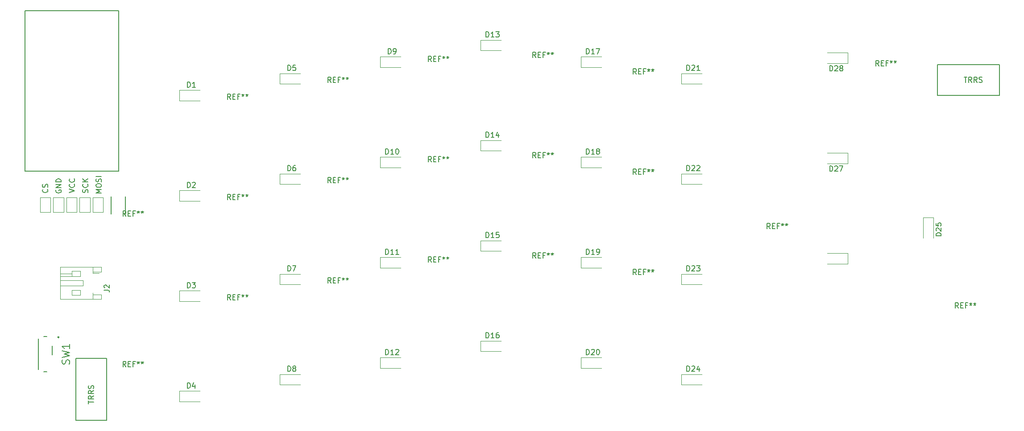
<source format=gbr>
%TF.GenerationSoftware,KiCad,Pcbnew,7.0.7*%
%TF.CreationDate,2023-08-27T15:15:09-04:00*%
%TF.ProjectId,garden,67617264-656e-42e6-9b69-6361645f7063,rev?*%
%TF.SameCoordinates,Original*%
%TF.FileFunction,Legend,Top*%
%TF.FilePolarity,Positive*%
%FSLAX46Y46*%
G04 Gerber Fmt 4.6, Leading zero omitted, Abs format (unit mm)*
G04 Created by KiCad (PCBNEW 7.0.7) date 2023-08-27 15:15:09*
%MOMM*%
%LPD*%
G01*
G04 APERTURE LIST*
%ADD10C,0.150000*%
%ADD11C,0.120000*%
%ADD12C,0.152400*%
%ADD13C,0.127000*%
%ADD14C,0.250000*%
G04 APERTURE END LIST*
D10*
X185379464Y-66018323D02*
X185379464Y-65018323D01*
X185379464Y-65018323D02*
X185617559Y-65018323D01*
X185617559Y-65018323D02*
X185760416Y-65065942D01*
X185760416Y-65065942D02*
X185855654Y-65161180D01*
X185855654Y-65161180D02*
X185903273Y-65256418D01*
X185903273Y-65256418D02*
X185950892Y-65446894D01*
X185950892Y-65446894D02*
X185950892Y-65589751D01*
X185950892Y-65589751D02*
X185903273Y-65780227D01*
X185903273Y-65780227D02*
X185855654Y-65875465D01*
X185855654Y-65875465D02*
X185760416Y-65970704D01*
X185760416Y-65970704D02*
X185617559Y-66018323D01*
X185617559Y-66018323D02*
X185379464Y-66018323D01*
X186331845Y-65113561D02*
X186379464Y-65065942D01*
X186379464Y-65065942D02*
X186474702Y-65018323D01*
X186474702Y-65018323D02*
X186712797Y-65018323D01*
X186712797Y-65018323D02*
X186808035Y-65065942D01*
X186808035Y-65065942D02*
X186855654Y-65113561D01*
X186855654Y-65113561D02*
X186903273Y-65208799D01*
X186903273Y-65208799D02*
X186903273Y-65304037D01*
X186903273Y-65304037D02*
X186855654Y-65446894D01*
X186855654Y-65446894D02*
X186284226Y-66018323D01*
X186284226Y-66018323D02*
X186903273Y-66018323D01*
X187474702Y-65446894D02*
X187379464Y-65399275D01*
X187379464Y-65399275D02*
X187331845Y-65351656D01*
X187331845Y-65351656D02*
X187284226Y-65256418D01*
X187284226Y-65256418D02*
X187284226Y-65208799D01*
X187284226Y-65208799D02*
X187331845Y-65113561D01*
X187331845Y-65113561D02*
X187379464Y-65065942D01*
X187379464Y-65065942D02*
X187474702Y-65018323D01*
X187474702Y-65018323D02*
X187665178Y-65018323D01*
X187665178Y-65018323D02*
X187760416Y-65065942D01*
X187760416Y-65065942D02*
X187808035Y-65113561D01*
X187808035Y-65113561D02*
X187855654Y-65208799D01*
X187855654Y-65208799D02*
X187855654Y-65256418D01*
X187855654Y-65256418D02*
X187808035Y-65351656D01*
X187808035Y-65351656D02*
X187760416Y-65399275D01*
X187760416Y-65399275D02*
X187665178Y-65446894D01*
X187665178Y-65446894D02*
X187474702Y-65446894D01*
X187474702Y-65446894D02*
X187379464Y-65494513D01*
X187379464Y-65494513D02*
X187331845Y-65542132D01*
X187331845Y-65542132D02*
X187284226Y-65637370D01*
X187284226Y-65637370D02*
X187284226Y-65827846D01*
X187284226Y-65827846D02*
X187331845Y-65923084D01*
X187331845Y-65923084D02*
X187379464Y-65970704D01*
X187379464Y-65970704D02*
X187474702Y-66018323D01*
X187474702Y-66018323D02*
X187665178Y-66018323D01*
X187665178Y-66018323D02*
X187760416Y-65970704D01*
X187760416Y-65970704D02*
X187808035Y-65923084D01*
X187808035Y-65923084D02*
X187855654Y-65827846D01*
X187855654Y-65827846D02*
X187855654Y-65637370D01*
X187855654Y-65637370D02*
X187808035Y-65542132D01*
X187808035Y-65542132D02*
X187760416Y-65494513D01*
X187760416Y-65494513D02*
X187665178Y-65446894D01*
X63493155Y-107198569D02*
X63493155Y-106198569D01*
X63493155Y-106198569D02*
X63731250Y-106198569D01*
X63731250Y-106198569D02*
X63874107Y-106246188D01*
X63874107Y-106246188D02*
X63969345Y-106341426D01*
X63969345Y-106341426D02*
X64016964Y-106436664D01*
X64016964Y-106436664D02*
X64064583Y-106627140D01*
X64064583Y-106627140D02*
X64064583Y-106769997D01*
X64064583Y-106769997D02*
X64016964Y-106960473D01*
X64016964Y-106960473D02*
X63969345Y-107055711D01*
X63969345Y-107055711D02*
X63874107Y-107150950D01*
X63874107Y-107150950D02*
X63731250Y-107198569D01*
X63731250Y-107198569D02*
X63493155Y-107198569D01*
X64397917Y-106198569D02*
X65016964Y-106198569D01*
X65016964Y-106198569D02*
X64683631Y-106579521D01*
X64683631Y-106579521D02*
X64826488Y-106579521D01*
X64826488Y-106579521D02*
X64921726Y-106627140D01*
X64921726Y-106627140D02*
X64969345Y-106674759D01*
X64969345Y-106674759D02*
X65016964Y-106769997D01*
X65016964Y-106769997D02*
X65016964Y-107008092D01*
X65016964Y-107008092D02*
X64969345Y-107103330D01*
X64969345Y-107103330D02*
X64921726Y-107150950D01*
X64921726Y-107150950D02*
X64826488Y-107198569D01*
X64826488Y-107198569D02*
X64540774Y-107198569D01*
X64540774Y-107198569D02*
X64445536Y-107150950D01*
X64445536Y-107150950D02*
X64397917Y-107103330D01*
X174085416Y-95979819D02*
X173752083Y-95503628D01*
X173513988Y-95979819D02*
X173513988Y-94979819D01*
X173513988Y-94979819D02*
X173894940Y-94979819D01*
X173894940Y-94979819D02*
X173990178Y-95027438D01*
X173990178Y-95027438D02*
X174037797Y-95075057D01*
X174037797Y-95075057D02*
X174085416Y-95170295D01*
X174085416Y-95170295D02*
X174085416Y-95313152D01*
X174085416Y-95313152D02*
X174037797Y-95408390D01*
X174037797Y-95408390D02*
X173990178Y-95456009D01*
X173990178Y-95456009D02*
X173894940Y-95503628D01*
X173894940Y-95503628D02*
X173513988Y-95503628D01*
X174513988Y-95456009D02*
X174847321Y-95456009D01*
X174990178Y-95979819D02*
X174513988Y-95979819D01*
X174513988Y-95979819D02*
X174513988Y-94979819D01*
X174513988Y-94979819D02*
X174990178Y-94979819D01*
X175752083Y-95456009D02*
X175418750Y-95456009D01*
X175418750Y-95979819D02*
X175418750Y-94979819D01*
X175418750Y-94979819D02*
X175894940Y-94979819D01*
X176418750Y-94979819D02*
X176418750Y-95217914D01*
X176180655Y-95122676D02*
X176418750Y-95217914D01*
X176418750Y-95217914D02*
X176656845Y-95122676D01*
X176275893Y-95408390D02*
X176418750Y-95217914D01*
X176418750Y-95217914D02*
X176561607Y-95408390D01*
X177180655Y-94979819D02*
X177180655Y-95217914D01*
X176942560Y-95122676D02*
X177180655Y-95217914D01*
X177180655Y-95217914D02*
X177418750Y-95122676D01*
X177037798Y-95408390D02*
X177180655Y-95217914D01*
X177180655Y-95217914D02*
X177323512Y-95408390D01*
X148685416Y-104711069D02*
X148352083Y-104234878D01*
X148113988Y-104711069D02*
X148113988Y-103711069D01*
X148113988Y-103711069D02*
X148494940Y-103711069D01*
X148494940Y-103711069D02*
X148590178Y-103758688D01*
X148590178Y-103758688D02*
X148637797Y-103806307D01*
X148637797Y-103806307D02*
X148685416Y-103901545D01*
X148685416Y-103901545D02*
X148685416Y-104044402D01*
X148685416Y-104044402D02*
X148637797Y-104139640D01*
X148637797Y-104139640D02*
X148590178Y-104187259D01*
X148590178Y-104187259D02*
X148494940Y-104234878D01*
X148494940Y-104234878D02*
X148113988Y-104234878D01*
X149113988Y-104187259D02*
X149447321Y-104187259D01*
X149590178Y-104711069D02*
X149113988Y-104711069D01*
X149113988Y-104711069D02*
X149113988Y-103711069D01*
X149113988Y-103711069D02*
X149590178Y-103711069D01*
X150352083Y-104187259D02*
X150018750Y-104187259D01*
X150018750Y-104711069D02*
X150018750Y-103711069D01*
X150018750Y-103711069D02*
X150494940Y-103711069D01*
X151018750Y-103711069D02*
X151018750Y-103949164D01*
X150780655Y-103853926D02*
X151018750Y-103949164D01*
X151018750Y-103949164D02*
X151256845Y-103853926D01*
X150875893Y-104139640D02*
X151018750Y-103949164D01*
X151018750Y-103949164D02*
X151161607Y-104139640D01*
X151780655Y-103711069D02*
X151780655Y-103949164D01*
X151542560Y-103853926D02*
X151780655Y-103949164D01*
X151780655Y-103949164D02*
X152018750Y-103853926D01*
X151637798Y-104139640D02*
X151780655Y-103949164D01*
X151780655Y-103949164D02*
X151923512Y-104139640D01*
X51847916Y-93598569D02*
X51514583Y-93122378D01*
X51276488Y-93598569D02*
X51276488Y-92598569D01*
X51276488Y-92598569D02*
X51657440Y-92598569D01*
X51657440Y-92598569D02*
X51752678Y-92646188D01*
X51752678Y-92646188D02*
X51800297Y-92693807D01*
X51800297Y-92693807D02*
X51847916Y-92789045D01*
X51847916Y-92789045D02*
X51847916Y-92931902D01*
X51847916Y-92931902D02*
X51800297Y-93027140D01*
X51800297Y-93027140D02*
X51752678Y-93074759D01*
X51752678Y-93074759D02*
X51657440Y-93122378D01*
X51657440Y-93122378D02*
X51276488Y-93122378D01*
X52276488Y-93074759D02*
X52609821Y-93074759D01*
X52752678Y-93598569D02*
X52276488Y-93598569D01*
X52276488Y-93598569D02*
X52276488Y-92598569D01*
X52276488Y-92598569D02*
X52752678Y-92598569D01*
X53514583Y-93074759D02*
X53181250Y-93074759D01*
X53181250Y-93598569D02*
X53181250Y-92598569D01*
X53181250Y-92598569D02*
X53657440Y-92598569D01*
X54181250Y-92598569D02*
X54181250Y-92836664D01*
X53943155Y-92741426D02*
X54181250Y-92836664D01*
X54181250Y-92836664D02*
X54419345Y-92741426D01*
X54038393Y-93027140D02*
X54181250Y-92836664D01*
X54181250Y-92836664D02*
X54324107Y-93027140D01*
X54943155Y-92598569D02*
X54943155Y-92836664D01*
X54705060Y-92741426D02*
X54943155Y-92836664D01*
X54943155Y-92836664D02*
X55181250Y-92741426D01*
X54800298Y-93027140D02*
X54943155Y-92836664D01*
X54943155Y-92836664D02*
X55086012Y-93027140D01*
X185379464Y-85068323D02*
X185379464Y-84068323D01*
X185379464Y-84068323D02*
X185617559Y-84068323D01*
X185617559Y-84068323D02*
X185760416Y-84115942D01*
X185760416Y-84115942D02*
X185855654Y-84211180D01*
X185855654Y-84211180D02*
X185903273Y-84306418D01*
X185903273Y-84306418D02*
X185950892Y-84496894D01*
X185950892Y-84496894D02*
X185950892Y-84639751D01*
X185950892Y-84639751D02*
X185903273Y-84830227D01*
X185903273Y-84830227D02*
X185855654Y-84925465D01*
X185855654Y-84925465D02*
X185760416Y-85020704D01*
X185760416Y-85020704D02*
X185617559Y-85068323D01*
X185617559Y-85068323D02*
X185379464Y-85068323D01*
X186331845Y-84163561D02*
X186379464Y-84115942D01*
X186379464Y-84115942D02*
X186474702Y-84068323D01*
X186474702Y-84068323D02*
X186712797Y-84068323D01*
X186712797Y-84068323D02*
X186808035Y-84115942D01*
X186808035Y-84115942D02*
X186855654Y-84163561D01*
X186855654Y-84163561D02*
X186903273Y-84258799D01*
X186903273Y-84258799D02*
X186903273Y-84354037D01*
X186903273Y-84354037D02*
X186855654Y-84496894D01*
X186855654Y-84496894D02*
X186284226Y-85068323D01*
X186284226Y-85068323D02*
X186903273Y-85068323D01*
X187236607Y-84068323D02*
X187903273Y-84068323D01*
X187903273Y-84068323D02*
X187474702Y-85068323D01*
X71691666Y-90423569D02*
X71358333Y-89947378D01*
X71120238Y-90423569D02*
X71120238Y-89423569D01*
X71120238Y-89423569D02*
X71501190Y-89423569D01*
X71501190Y-89423569D02*
X71596428Y-89471188D01*
X71596428Y-89471188D02*
X71644047Y-89518807D01*
X71644047Y-89518807D02*
X71691666Y-89614045D01*
X71691666Y-89614045D02*
X71691666Y-89756902D01*
X71691666Y-89756902D02*
X71644047Y-89852140D01*
X71644047Y-89852140D02*
X71596428Y-89899759D01*
X71596428Y-89899759D02*
X71501190Y-89947378D01*
X71501190Y-89947378D02*
X71120238Y-89947378D01*
X72120238Y-89899759D02*
X72453571Y-89899759D01*
X72596428Y-90423569D02*
X72120238Y-90423569D01*
X72120238Y-90423569D02*
X72120238Y-89423569D01*
X72120238Y-89423569D02*
X72596428Y-89423569D01*
X73358333Y-89899759D02*
X73025000Y-89899759D01*
X73025000Y-90423569D02*
X73025000Y-89423569D01*
X73025000Y-89423569D02*
X73501190Y-89423569D01*
X74025000Y-89423569D02*
X74025000Y-89661664D01*
X73786905Y-89566426D02*
X74025000Y-89661664D01*
X74025000Y-89661664D02*
X74263095Y-89566426D01*
X73882143Y-89852140D02*
X74025000Y-89661664D01*
X74025000Y-89661664D02*
X74167857Y-89852140D01*
X74786905Y-89423569D02*
X74786905Y-89661664D01*
X74548810Y-89566426D02*
X74786905Y-89661664D01*
X74786905Y-89661664D02*
X75025000Y-89566426D01*
X74644048Y-89852140D02*
X74786905Y-89661664D01*
X74786905Y-89661664D02*
X74929762Y-89852140D01*
X120166964Y-59573569D02*
X120166964Y-58573569D01*
X120166964Y-58573569D02*
X120405059Y-58573569D01*
X120405059Y-58573569D02*
X120547916Y-58621188D01*
X120547916Y-58621188D02*
X120643154Y-58716426D01*
X120643154Y-58716426D02*
X120690773Y-58811664D01*
X120690773Y-58811664D02*
X120738392Y-59002140D01*
X120738392Y-59002140D02*
X120738392Y-59144997D01*
X120738392Y-59144997D02*
X120690773Y-59335473D01*
X120690773Y-59335473D02*
X120643154Y-59430711D01*
X120643154Y-59430711D02*
X120547916Y-59525950D01*
X120547916Y-59525950D02*
X120405059Y-59573569D01*
X120405059Y-59573569D02*
X120166964Y-59573569D01*
X121690773Y-59573569D02*
X121119345Y-59573569D01*
X121405059Y-59573569D02*
X121405059Y-58573569D01*
X121405059Y-58573569D02*
X121309821Y-58716426D01*
X121309821Y-58716426D02*
X121214583Y-58811664D01*
X121214583Y-58811664D02*
X121119345Y-58859283D01*
X122024107Y-58573569D02*
X122643154Y-58573569D01*
X122643154Y-58573569D02*
X122309821Y-58954521D01*
X122309821Y-58954521D02*
X122452678Y-58954521D01*
X122452678Y-58954521D02*
X122547916Y-59002140D01*
X122547916Y-59002140D02*
X122595535Y-59049759D01*
X122595535Y-59049759D02*
X122643154Y-59144997D01*
X122643154Y-59144997D02*
X122643154Y-59383092D01*
X122643154Y-59383092D02*
X122595535Y-59478330D01*
X122595535Y-59478330D02*
X122547916Y-59525950D01*
X122547916Y-59525950D02*
X122452678Y-59573569D01*
X122452678Y-59573569D02*
X122166964Y-59573569D01*
X122166964Y-59573569D02*
X122071726Y-59525950D01*
X122071726Y-59525950D02*
X122024107Y-59478330D01*
X129635416Y-101536069D02*
X129302083Y-101059878D01*
X129063988Y-101536069D02*
X129063988Y-100536069D01*
X129063988Y-100536069D02*
X129444940Y-100536069D01*
X129444940Y-100536069D02*
X129540178Y-100583688D01*
X129540178Y-100583688D02*
X129587797Y-100631307D01*
X129587797Y-100631307D02*
X129635416Y-100726545D01*
X129635416Y-100726545D02*
X129635416Y-100869402D01*
X129635416Y-100869402D02*
X129587797Y-100964640D01*
X129587797Y-100964640D02*
X129540178Y-101012259D01*
X129540178Y-101012259D02*
X129444940Y-101059878D01*
X129444940Y-101059878D02*
X129063988Y-101059878D01*
X130063988Y-101012259D02*
X130397321Y-101012259D01*
X130540178Y-101536069D02*
X130063988Y-101536069D01*
X130063988Y-101536069D02*
X130063988Y-100536069D01*
X130063988Y-100536069D02*
X130540178Y-100536069D01*
X131302083Y-101012259D02*
X130968750Y-101012259D01*
X130968750Y-101536069D02*
X130968750Y-100536069D01*
X130968750Y-100536069D02*
X131444940Y-100536069D01*
X131968750Y-100536069D02*
X131968750Y-100774164D01*
X131730655Y-100678926D02*
X131968750Y-100774164D01*
X131968750Y-100774164D02*
X132206845Y-100678926D01*
X131825893Y-100964640D02*
X131968750Y-100774164D01*
X131968750Y-100774164D02*
X132111607Y-100964640D01*
X132730655Y-100536069D02*
X132730655Y-100774164D01*
X132492560Y-100678926D02*
X132730655Y-100774164D01*
X132730655Y-100774164D02*
X132968750Y-100678926D01*
X132587798Y-100964640D02*
X132730655Y-100774164D01*
X132730655Y-100774164D02*
X132873512Y-100964640D01*
X148685416Y-85661069D02*
X148352083Y-85184878D01*
X148113988Y-85661069D02*
X148113988Y-84661069D01*
X148113988Y-84661069D02*
X148494940Y-84661069D01*
X148494940Y-84661069D02*
X148590178Y-84708688D01*
X148590178Y-84708688D02*
X148637797Y-84756307D01*
X148637797Y-84756307D02*
X148685416Y-84851545D01*
X148685416Y-84851545D02*
X148685416Y-84994402D01*
X148685416Y-84994402D02*
X148637797Y-85089640D01*
X148637797Y-85089640D02*
X148590178Y-85137259D01*
X148590178Y-85137259D02*
X148494940Y-85184878D01*
X148494940Y-85184878D02*
X148113988Y-85184878D01*
X149113988Y-85137259D02*
X149447321Y-85137259D01*
X149590178Y-85661069D02*
X149113988Y-85661069D01*
X149113988Y-85661069D02*
X149113988Y-84661069D01*
X149113988Y-84661069D02*
X149590178Y-84661069D01*
X150352083Y-85137259D02*
X150018750Y-85137259D01*
X150018750Y-85661069D02*
X150018750Y-84661069D01*
X150018750Y-84661069D02*
X150494940Y-84661069D01*
X151018750Y-84661069D02*
X151018750Y-84899164D01*
X150780655Y-84803926D02*
X151018750Y-84899164D01*
X151018750Y-84899164D02*
X151256845Y-84803926D01*
X150875893Y-85089640D02*
X151018750Y-84899164D01*
X151018750Y-84899164D02*
X151161607Y-85089640D01*
X151780655Y-84661069D02*
X151780655Y-84899164D01*
X151542560Y-84803926D02*
X151780655Y-84899164D01*
X151780655Y-84899164D02*
X152018750Y-84803926D01*
X151637798Y-85089640D02*
X151780655Y-84899164D01*
X151780655Y-84899164D02*
X151923512Y-85089640D01*
X82543155Y-84973569D02*
X82543155Y-83973569D01*
X82543155Y-83973569D02*
X82781250Y-83973569D01*
X82781250Y-83973569D02*
X82924107Y-84021188D01*
X82924107Y-84021188D02*
X83019345Y-84116426D01*
X83019345Y-84116426D02*
X83066964Y-84211664D01*
X83066964Y-84211664D02*
X83114583Y-84402140D01*
X83114583Y-84402140D02*
X83114583Y-84544997D01*
X83114583Y-84544997D02*
X83066964Y-84735473D01*
X83066964Y-84735473D02*
X83019345Y-84830711D01*
X83019345Y-84830711D02*
X82924107Y-84925950D01*
X82924107Y-84925950D02*
X82781250Y-84973569D01*
X82781250Y-84973569D02*
X82543155Y-84973569D01*
X83971726Y-83973569D02*
X83781250Y-83973569D01*
X83781250Y-83973569D02*
X83686012Y-84021188D01*
X83686012Y-84021188D02*
X83638393Y-84068807D01*
X83638393Y-84068807D02*
X83543155Y-84211664D01*
X83543155Y-84211664D02*
X83495536Y-84402140D01*
X83495536Y-84402140D02*
X83495536Y-84783092D01*
X83495536Y-84783092D02*
X83543155Y-84878330D01*
X83543155Y-84878330D02*
X83590774Y-84925950D01*
X83590774Y-84925950D02*
X83686012Y-84973569D01*
X83686012Y-84973569D02*
X83876488Y-84973569D01*
X83876488Y-84973569D02*
X83971726Y-84925950D01*
X83971726Y-84925950D02*
X84019345Y-84878330D01*
X84019345Y-84878330D02*
X84066964Y-84783092D01*
X84066964Y-84783092D02*
X84066964Y-84544997D01*
X84066964Y-84544997D02*
X84019345Y-84449759D01*
X84019345Y-84449759D02*
X83971726Y-84402140D01*
X83971726Y-84402140D02*
X83876488Y-84354521D01*
X83876488Y-84354521D02*
X83686012Y-84354521D01*
X83686012Y-84354521D02*
X83590774Y-84402140D01*
X83590774Y-84402140D02*
X83543155Y-84449759D01*
X83543155Y-84449759D02*
X83495536Y-84544997D01*
X90741666Y-106298569D02*
X90408333Y-105822378D01*
X90170238Y-106298569D02*
X90170238Y-105298569D01*
X90170238Y-105298569D02*
X90551190Y-105298569D01*
X90551190Y-105298569D02*
X90646428Y-105346188D01*
X90646428Y-105346188D02*
X90694047Y-105393807D01*
X90694047Y-105393807D02*
X90741666Y-105489045D01*
X90741666Y-105489045D02*
X90741666Y-105631902D01*
X90741666Y-105631902D02*
X90694047Y-105727140D01*
X90694047Y-105727140D02*
X90646428Y-105774759D01*
X90646428Y-105774759D02*
X90551190Y-105822378D01*
X90551190Y-105822378D02*
X90170238Y-105822378D01*
X91170238Y-105774759D02*
X91503571Y-105774759D01*
X91646428Y-106298569D02*
X91170238Y-106298569D01*
X91170238Y-106298569D02*
X91170238Y-105298569D01*
X91170238Y-105298569D02*
X91646428Y-105298569D01*
X92408333Y-105774759D02*
X92075000Y-105774759D01*
X92075000Y-106298569D02*
X92075000Y-105298569D01*
X92075000Y-105298569D02*
X92551190Y-105298569D01*
X93075000Y-105298569D02*
X93075000Y-105536664D01*
X92836905Y-105441426D02*
X93075000Y-105536664D01*
X93075000Y-105536664D02*
X93313095Y-105441426D01*
X92932143Y-105727140D02*
X93075000Y-105536664D01*
X93075000Y-105536664D02*
X93217857Y-105727140D01*
X93836905Y-105298569D02*
X93836905Y-105536664D01*
X93598810Y-105441426D02*
X93836905Y-105536664D01*
X93836905Y-105536664D02*
X94075000Y-105441426D01*
X93694048Y-105727140D02*
X93836905Y-105536664D01*
X93836905Y-105536664D02*
X93979762Y-105727140D01*
X139216964Y-62748569D02*
X139216964Y-61748569D01*
X139216964Y-61748569D02*
X139455059Y-61748569D01*
X139455059Y-61748569D02*
X139597916Y-61796188D01*
X139597916Y-61796188D02*
X139693154Y-61891426D01*
X139693154Y-61891426D02*
X139740773Y-61986664D01*
X139740773Y-61986664D02*
X139788392Y-62177140D01*
X139788392Y-62177140D02*
X139788392Y-62319997D01*
X139788392Y-62319997D02*
X139740773Y-62510473D01*
X139740773Y-62510473D02*
X139693154Y-62605711D01*
X139693154Y-62605711D02*
X139597916Y-62700950D01*
X139597916Y-62700950D02*
X139455059Y-62748569D01*
X139455059Y-62748569D02*
X139216964Y-62748569D01*
X140740773Y-62748569D02*
X140169345Y-62748569D01*
X140455059Y-62748569D02*
X140455059Y-61748569D01*
X140455059Y-61748569D02*
X140359821Y-61891426D01*
X140359821Y-61891426D02*
X140264583Y-61986664D01*
X140264583Y-61986664D02*
X140169345Y-62034283D01*
X141074107Y-61748569D02*
X141740773Y-61748569D01*
X141740773Y-61748569D02*
X141312202Y-62748569D01*
X90741666Y-87248569D02*
X90408333Y-86772378D01*
X90170238Y-87248569D02*
X90170238Y-86248569D01*
X90170238Y-86248569D02*
X90551190Y-86248569D01*
X90551190Y-86248569D02*
X90646428Y-86296188D01*
X90646428Y-86296188D02*
X90694047Y-86343807D01*
X90694047Y-86343807D02*
X90741666Y-86439045D01*
X90741666Y-86439045D02*
X90741666Y-86581902D01*
X90741666Y-86581902D02*
X90694047Y-86677140D01*
X90694047Y-86677140D02*
X90646428Y-86724759D01*
X90646428Y-86724759D02*
X90551190Y-86772378D01*
X90551190Y-86772378D02*
X90170238Y-86772378D01*
X91170238Y-86724759D02*
X91503571Y-86724759D01*
X91646428Y-87248569D02*
X91170238Y-87248569D01*
X91170238Y-87248569D02*
X91170238Y-86248569D01*
X91170238Y-86248569D02*
X91646428Y-86248569D01*
X92408333Y-86724759D02*
X92075000Y-86724759D01*
X92075000Y-87248569D02*
X92075000Y-86248569D01*
X92075000Y-86248569D02*
X92551190Y-86248569D01*
X93075000Y-86248569D02*
X93075000Y-86486664D01*
X92836905Y-86391426D02*
X93075000Y-86486664D01*
X93075000Y-86486664D02*
X93313095Y-86391426D01*
X92932143Y-86677140D02*
X93075000Y-86486664D01*
X93075000Y-86486664D02*
X93217857Y-86677140D01*
X93836905Y-86248569D02*
X93836905Y-86486664D01*
X93598810Y-86391426D02*
X93836905Y-86486664D01*
X93836905Y-86486664D02*
X94075000Y-86391426D01*
X93694048Y-86677140D02*
X93836905Y-86486664D01*
X93836905Y-86486664D02*
X93979762Y-86677140D01*
X109791666Y-102329819D02*
X109458333Y-101853628D01*
X109220238Y-102329819D02*
X109220238Y-101329819D01*
X109220238Y-101329819D02*
X109601190Y-101329819D01*
X109601190Y-101329819D02*
X109696428Y-101377438D01*
X109696428Y-101377438D02*
X109744047Y-101425057D01*
X109744047Y-101425057D02*
X109791666Y-101520295D01*
X109791666Y-101520295D02*
X109791666Y-101663152D01*
X109791666Y-101663152D02*
X109744047Y-101758390D01*
X109744047Y-101758390D02*
X109696428Y-101806009D01*
X109696428Y-101806009D02*
X109601190Y-101853628D01*
X109601190Y-101853628D02*
X109220238Y-101853628D01*
X110220238Y-101806009D02*
X110553571Y-101806009D01*
X110696428Y-102329819D02*
X110220238Y-102329819D01*
X110220238Y-102329819D02*
X110220238Y-101329819D01*
X110220238Y-101329819D02*
X110696428Y-101329819D01*
X111458333Y-101806009D02*
X111125000Y-101806009D01*
X111125000Y-102329819D02*
X111125000Y-101329819D01*
X111125000Y-101329819D02*
X111601190Y-101329819D01*
X112125000Y-101329819D02*
X112125000Y-101567914D01*
X111886905Y-101472676D02*
X112125000Y-101567914D01*
X112125000Y-101567914D02*
X112363095Y-101472676D01*
X111982143Y-101758390D02*
X112125000Y-101567914D01*
X112125000Y-101567914D02*
X112267857Y-101758390D01*
X112886905Y-101329819D02*
X112886905Y-101567914D01*
X112648810Y-101472676D02*
X112886905Y-101567914D01*
X112886905Y-101567914D02*
X113125000Y-101472676D01*
X112744048Y-101758390D02*
X112886905Y-101567914D01*
X112886905Y-101567914D02*
X113029762Y-101758390D01*
X120166964Y-78623569D02*
X120166964Y-77623569D01*
X120166964Y-77623569D02*
X120405059Y-77623569D01*
X120405059Y-77623569D02*
X120547916Y-77671188D01*
X120547916Y-77671188D02*
X120643154Y-77766426D01*
X120643154Y-77766426D02*
X120690773Y-77861664D01*
X120690773Y-77861664D02*
X120738392Y-78052140D01*
X120738392Y-78052140D02*
X120738392Y-78194997D01*
X120738392Y-78194997D02*
X120690773Y-78385473D01*
X120690773Y-78385473D02*
X120643154Y-78480711D01*
X120643154Y-78480711D02*
X120547916Y-78575950D01*
X120547916Y-78575950D02*
X120405059Y-78623569D01*
X120405059Y-78623569D02*
X120166964Y-78623569D01*
X121690773Y-78623569D02*
X121119345Y-78623569D01*
X121405059Y-78623569D02*
X121405059Y-77623569D01*
X121405059Y-77623569D02*
X121309821Y-77766426D01*
X121309821Y-77766426D02*
X121214583Y-77861664D01*
X121214583Y-77861664D02*
X121119345Y-77909283D01*
X122547916Y-77956902D02*
X122547916Y-78623569D01*
X122309821Y-77575950D02*
X122071726Y-78290235D01*
X122071726Y-78290235D02*
X122690773Y-78290235D01*
X158266964Y-123073569D02*
X158266964Y-122073569D01*
X158266964Y-122073569D02*
X158505059Y-122073569D01*
X158505059Y-122073569D02*
X158647916Y-122121188D01*
X158647916Y-122121188D02*
X158743154Y-122216426D01*
X158743154Y-122216426D02*
X158790773Y-122311664D01*
X158790773Y-122311664D02*
X158838392Y-122502140D01*
X158838392Y-122502140D02*
X158838392Y-122644997D01*
X158838392Y-122644997D02*
X158790773Y-122835473D01*
X158790773Y-122835473D02*
X158743154Y-122930711D01*
X158743154Y-122930711D02*
X158647916Y-123025950D01*
X158647916Y-123025950D02*
X158505059Y-123073569D01*
X158505059Y-123073569D02*
X158266964Y-123073569D01*
X159219345Y-122168807D02*
X159266964Y-122121188D01*
X159266964Y-122121188D02*
X159362202Y-122073569D01*
X159362202Y-122073569D02*
X159600297Y-122073569D01*
X159600297Y-122073569D02*
X159695535Y-122121188D01*
X159695535Y-122121188D02*
X159743154Y-122168807D01*
X159743154Y-122168807D02*
X159790773Y-122264045D01*
X159790773Y-122264045D02*
X159790773Y-122359283D01*
X159790773Y-122359283D02*
X159743154Y-122502140D01*
X159743154Y-122502140D02*
X159171726Y-123073569D01*
X159171726Y-123073569D02*
X159790773Y-123073569D01*
X160647916Y-122406902D02*
X160647916Y-123073569D01*
X160409821Y-122025950D02*
X160171726Y-122740235D01*
X160171726Y-122740235D02*
X160790773Y-122740235D01*
X82543155Y-104023569D02*
X82543155Y-103023569D01*
X82543155Y-103023569D02*
X82781250Y-103023569D01*
X82781250Y-103023569D02*
X82924107Y-103071188D01*
X82924107Y-103071188D02*
X83019345Y-103166426D01*
X83019345Y-103166426D02*
X83066964Y-103261664D01*
X83066964Y-103261664D02*
X83114583Y-103452140D01*
X83114583Y-103452140D02*
X83114583Y-103594997D01*
X83114583Y-103594997D02*
X83066964Y-103785473D01*
X83066964Y-103785473D02*
X83019345Y-103880711D01*
X83019345Y-103880711D02*
X82924107Y-103975950D01*
X82924107Y-103975950D02*
X82781250Y-104023569D01*
X82781250Y-104023569D02*
X82543155Y-104023569D01*
X83447917Y-103023569D02*
X84114583Y-103023569D01*
X84114583Y-103023569D02*
X83686012Y-104023569D01*
X63493155Y-69098569D02*
X63493155Y-68098569D01*
X63493155Y-68098569D02*
X63731250Y-68098569D01*
X63731250Y-68098569D02*
X63874107Y-68146188D01*
X63874107Y-68146188D02*
X63969345Y-68241426D01*
X63969345Y-68241426D02*
X64016964Y-68336664D01*
X64016964Y-68336664D02*
X64064583Y-68527140D01*
X64064583Y-68527140D02*
X64064583Y-68669997D01*
X64064583Y-68669997D02*
X64016964Y-68860473D01*
X64016964Y-68860473D02*
X63969345Y-68955711D01*
X63969345Y-68955711D02*
X63874107Y-69050950D01*
X63874107Y-69050950D02*
X63731250Y-69098569D01*
X63731250Y-69098569D02*
X63493155Y-69098569D01*
X65016964Y-69098569D02*
X64445536Y-69098569D01*
X64731250Y-69098569D02*
X64731250Y-68098569D01*
X64731250Y-68098569D02*
X64636012Y-68241426D01*
X64636012Y-68241426D02*
X64540774Y-68336664D01*
X64540774Y-68336664D02*
X64445536Y-68384283D01*
X71691666Y-109473569D02*
X71358333Y-108997378D01*
X71120238Y-109473569D02*
X71120238Y-108473569D01*
X71120238Y-108473569D02*
X71501190Y-108473569D01*
X71501190Y-108473569D02*
X71596428Y-108521188D01*
X71596428Y-108521188D02*
X71644047Y-108568807D01*
X71644047Y-108568807D02*
X71691666Y-108664045D01*
X71691666Y-108664045D02*
X71691666Y-108806902D01*
X71691666Y-108806902D02*
X71644047Y-108902140D01*
X71644047Y-108902140D02*
X71596428Y-108949759D01*
X71596428Y-108949759D02*
X71501190Y-108997378D01*
X71501190Y-108997378D02*
X71120238Y-108997378D01*
X72120238Y-108949759D02*
X72453571Y-108949759D01*
X72596428Y-109473569D02*
X72120238Y-109473569D01*
X72120238Y-109473569D02*
X72120238Y-108473569D01*
X72120238Y-108473569D02*
X72596428Y-108473569D01*
X73358333Y-108949759D02*
X73025000Y-108949759D01*
X73025000Y-109473569D02*
X73025000Y-108473569D01*
X73025000Y-108473569D02*
X73501190Y-108473569D01*
X74025000Y-108473569D02*
X74025000Y-108711664D01*
X73786905Y-108616426D02*
X74025000Y-108711664D01*
X74025000Y-108711664D02*
X74263095Y-108616426D01*
X73882143Y-108902140D02*
X74025000Y-108711664D01*
X74025000Y-108711664D02*
X74167857Y-108902140D01*
X74786905Y-108473569D02*
X74786905Y-108711664D01*
X74548810Y-108616426D02*
X74786905Y-108711664D01*
X74786905Y-108711664D02*
X75025000Y-108616426D01*
X74644048Y-108902140D02*
X74786905Y-108711664D01*
X74786905Y-108711664D02*
X74929762Y-108902140D01*
X139216964Y-100848569D02*
X139216964Y-99848569D01*
X139216964Y-99848569D02*
X139455059Y-99848569D01*
X139455059Y-99848569D02*
X139597916Y-99896188D01*
X139597916Y-99896188D02*
X139693154Y-99991426D01*
X139693154Y-99991426D02*
X139740773Y-100086664D01*
X139740773Y-100086664D02*
X139788392Y-100277140D01*
X139788392Y-100277140D02*
X139788392Y-100419997D01*
X139788392Y-100419997D02*
X139740773Y-100610473D01*
X139740773Y-100610473D02*
X139693154Y-100705711D01*
X139693154Y-100705711D02*
X139597916Y-100800950D01*
X139597916Y-100800950D02*
X139455059Y-100848569D01*
X139455059Y-100848569D02*
X139216964Y-100848569D01*
X140740773Y-100848569D02*
X140169345Y-100848569D01*
X140455059Y-100848569D02*
X140455059Y-99848569D01*
X140455059Y-99848569D02*
X140359821Y-99991426D01*
X140359821Y-99991426D02*
X140264583Y-100086664D01*
X140264583Y-100086664D02*
X140169345Y-100134283D01*
X141216964Y-100848569D02*
X141407440Y-100848569D01*
X141407440Y-100848569D02*
X141502678Y-100800950D01*
X141502678Y-100800950D02*
X141550297Y-100753330D01*
X141550297Y-100753330D02*
X141645535Y-100610473D01*
X141645535Y-100610473D02*
X141693154Y-100419997D01*
X141693154Y-100419997D02*
X141693154Y-100039045D01*
X141693154Y-100039045D02*
X141645535Y-99943807D01*
X141645535Y-99943807D02*
X141597916Y-99896188D01*
X141597916Y-99896188D02*
X141502678Y-99848569D01*
X141502678Y-99848569D02*
X141312202Y-99848569D01*
X141312202Y-99848569D02*
X141216964Y-99896188D01*
X141216964Y-99896188D02*
X141169345Y-99943807D01*
X141169345Y-99943807D02*
X141121726Y-100039045D01*
X141121726Y-100039045D02*
X141121726Y-100277140D01*
X141121726Y-100277140D02*
X141169345Y-100372378D01*
X141169345Y-100372378D02*
X141216964Y-100419997D01*
X141216964Y-100419997D02*
X141312202Y-100467616D01*
X141312202Y-100467616D02*
X141502678Y-100467616D01*
X141502678Y-100467616D02*
X141597916Y-100419997D01*
X141597916Y-100419997D02*
X141645535Y-100372378D01*
X141645535Y-100372378D02*
X141693154Y-100277140D01*
X139216964Y-119898569D02*
X139216964Y-118898569D01*
X139216964Y-118898569D02*
X139455059Y-118898569D01*
X139455059Y-118898569D02*
X139597916Y-118946188D01*
X139597916Y-118946188D02*
X139693154Y-119041426D01*
X139693154Y-119041426D02*
X139740773Y-119136664D01*
X139740773Y-119136664D02*
X139788392Y-119327140D01*
X139788392Y-119327140D02*
X139788392Y-119469997D01*
X139788392Y-119469997D02*
X139740773Y-119660473D01*
X139740773Y-119660473D02*
X139693154Y-119755711D01*
X139693154Y-119755711D02*
X139597916Y-119850950D01*
X139597916Y-119850950D02*
X139455059Y-119898569D01*
X139455059Y-119898569D02*
X139216964Y-119898569D01*
X140169345Y-118993807D02*
X140216964Y-118946188D01*
X140216964Y-118946188D02*
X140312202Y-118898569D01*
X140312202Y-118898569D02*
X140550297Y-118898569D01*
X140550297Y-118898569D02*
X140645535Y-118946188D01*
X140645535Y-118946188D02*
X140693154Y-118993807D01*
X140693154Y-118993807D02*
X140740773Y-119089045D01*
X140740773Y-119089045D02*
X140740773Y-119184283D01*
X140740773Y-119184283D02*
X140693154Y-119327140D01*
X140693154Y-119327140D02*
X140121726Y-119898569D01*
X140121726Y-119898569D02*
X140740773Y-119898569D01*
X141359821Y-118898569D02*
X141455059Y-118898569D01*
X141455059Y-118898569D02*
X141550297Y-118946188D01*
X141550297Y-118946188D02*
X141597916Y-118993807D01*
X141597916Y-118993807D02*
X141645535Y-119089045D01*
X141645535Y-119089045D02*
X141693154Y-119279521D01*
X141693154Y-119279521D02*
X141693154Y-119517616D01*
X141693154Y-119517616D02*
X141645535Y-119708092D01*
X141645535Y-119708092D02*
X141597916Y-119803330D01*
X141597916Y-119803330D02*
X141550297Y-119850950D01*
X141550297Y-119850950D02*
X141455059Y-119898569D01*
X141455059Y-119898569D02*
X141359821Y-119898569D01*
X141359821Y-119898569D02*
X141264583Y-119850950D01*
X141264583Y-119850950D02*
X141216964Y-119803330D01*
X141216964Y-119803330D02*
X141169345Y-119708092D01*
X141169345Y-119708092D02*
X141121726Y-119517616D01*
X141121726Y-119517616D02*
X141121726Y-119279521D01*
X141121726Y-119279521D02*
X141169345Y-119089045D01*
X141169345Y-119089045D02*
X141216964Y-118993807D01*
X141216964Y-118993807D02*
X141264583Y-118946188D01*
X141264583Y-118946188D02*
X141359821Y-118898569D01*
X101116964Y-100848569D02*
X101116964Y-99848569D01*
X101116964Y-99848569D02*
X101355059Y-99848569D01*
X101355059Y-99848569D02*
X101497916Y-99896188D01*
X101497916Y-99896188D02*
X101593154Y-99991426D01*
X101593154Y-99991426D02*
X101640773Y-100086664D01*
X101640773Y-100086664D02*
X101688392Y-100277140D01*
X101688392Y-100277140D02*
X101688392Y-100419997D01*
X101688392Y-100419997D02*
X101640773Y-100610473D01*
X101640773Y-100610473D02*
X101593154Y-100705711D01*
X101593154Y-100705711D02*
X101497916Y-100800950D01*
X101497916Y-100800950D02*
X101355059Y-100848569D01*
X101355059Y-100848569D02*
X101116964Y-100848569D01*
X102640773Y-100848569D02*
X102069345Y-100848569D01*
X102355059Y-100848569D02*
X102355059Y-99848569D01*
X102355059Y-99848569D02*
X102259821Y-99991426D01*
X102259821Y-99991426D02*
X102164583Y-100086664D01*
X102164583Y-100086664D02*
X102069345Y-100134283D01*
X103593154Y-100848569D02*
X103021726Y-100848569D01*
X103307440Y-100848569D02*
X103307440Y-99848569D01*
X103307440Y-99848569D02*
X103212202Y-99991426D01*
X103212202Y-99991426D02*
X103116964Y-100086664D01*
X103116964Y-100086664D02*
X103021726Y-100134283D01*
X194722916Y-65023569D02*
X194389583Y-64547378D01*
X194151488Y-65023569D02*
X194151488Y-64023569D01*
X194151488Y-64023569D02*
X194532440Y-64023569D01*
X194532440Y-64023569D02*
X194627678Y-64071188D01*
X194627678Y-64071188D02*
X194675297Y-64118807D01*
X194675297Y-64118807D02*
X194722916Y-64214045D01*
X194722916Y-64214045D02*
X194722916Y-64356902D01*
X194722916Y-64356902D02*
X194675297Y-64452140D01*
X194675297Y-64452140D02*
X194627678Y-64499759D01*
X194627678Y-64499759D02*
X194532440Y-64547378D01*
X194532440Y-64547378D02*
X194151488Y-64547378D01*
X195151488Y-64499759D02*
X195484821Y-64499759D01*
X195627678Y-65023569D02*
X195151488Y-65023569D01*
X195151488Y-65023569D02*
X195151488Y-64023569D01*
X195151488Y-64023569D02*
X195627678Y-64023569D01*
X196389583Y-64499759D02*
X196056250Y-64499759D01*
X196056250Y-65023569D02*
X196056250Y-64023569D01*
X196056250Y-64023569D02*
X196532440Y-64023569D01*
X197056250Y-64023569D02*
X197056250Y-64261664D01*
X196818155Y-64166426D02*
X197056250Y-64261664D01*
X197056250Y-64261664D02*
X197294345Y-64166426D01*
X196913393Y-64452140D02*
X197056250Y-64261664D01*
X197056250Y-64261664D02*
X197199107Y-64452140D01*
X197818155Y-64023569D02*
X197818155Y-64261664D01*
X197580060Y-64166426D02*
X197818155Y-64261664D01*
X197818155Y-64261664D02*
X198056250Y-64166426D01*
X197675298Y-64452140D02*
X197818155Y-64261664D01*
X197818155Y-64261664D02*
X197961012Y-64452140D01*
X109791666Y-83279819D02*
X109458333Y-82803628D01*
X109220238Y-83279819D02*
X109220238Y-82279819D01*
X109220238Y-82279819D02*
X109601190Y-82279819D01*
X109601190Y-82279819D02*
X109696428Y-82327438D01*
X109696428Y-82327438D02*
X109744047Y-82375057D01*
X109744047Y-82375057D02*
X109791666Y-82470295D01*
X109791666Y-82470295D02*
X109791666Y-82613152D01*
X109791666Y-82613152D02*
X109744047Y-82708390D01*
X109744047Y-82708390D02*
X109696428Y-82756009D01*
X109696428Y-82756009D02*
X109601190Y-82803628D01*
X109601190Y-82803628D02*
X109220238Y-82803628D01*
X110220238Y-82756009D02*
X110553571Y-82756009D01*
X110696428Y-83279819D02*
X110220238Y-83279819D01*
X110220238Y-83279819D02*
X110220238Y-82279819D01*
X110220238Y-82279819D02*
X110696428Y-82279819D01*
X111458333Y-82756009D02*
X111125000Y-82756009D01*
X111125000Y-83279819D02*
X111125000Y-82279819D01*
X111125000Y-82279819D02*
X111601190Y-82279819D01*
X112125000Y-82279819D02*
X112125000Y-82517914D01*
X111886905Y-82422676D02*
X112125000Y-82517914D01*
X112125000Y-82517914D02*
X112363095Y-82422676D01*
X111982143Y-82708390D02*
X112125000Y-82517914D01*
X112125000Y-82517914D02*
X112267857Y-82708390D01*
X112886905Y-82279819D02*
X112886905Y-82517914D01*
X112648810Y-82422676D02*
X112886905Y-82517914D01*
X112886905Y-82517914D02*
X113125000Y-82422676D01*
X112744048Y-82708390D02*
X112886905Y-82517914D01*
X112886905Y-82517914D02*
X113029762Y-82708390D01*
X158266964Y-104023569D02*
X158266964Y-103023569D01*
X158266964Y-103023569D02*
X158505059Y-103023569D01*
X158505059Y-103023569D02*
X158647916Y-103071188D01*
X158647916Y-103071188D02*
X158743154Y-103166426D01*
X158743154Y-103166426D02*
X158790773Y-103261664D01*
X158790773Y-103261664D02*
X158838392Y-103452140D01*
X158838392Y-103452140D02*
X158838392Y-103594997D01*
X158838392Y-103594997D02*
X158790773Y-103785473D01*
X158790773Y-103785473D02*
X158743154Y-103880711D01*
X158743154Y-103880711D02*
X158647916Y-103975950D01*
X158647916Y-103975950D02*
X158505059Y-104023569D01*
X158505059Y-104023569D02*
X158266964Y-104023569D01*
X159219345Y-103118807D02*
X159266964Y-103071188D01*
X159266964Y-103071188D02*
X159362202Y-103023569D01*
X159362202Y-103023569D02*
X159600297Y-103023569D01*
X159600297Y-103023569D02*
X159695535Y-103071188D01*
X159695535Y-103071188D02*
X159743154Y-103118807D01*
X159743154Y-103118807D02*
X159790773Y-103214045D01*
X159790773Y-103214045D02*
X159790773Y-103309283D01*
X159790773Y-103309283D02*
X159743154Y-103452140D01*
X159743154Y-103452140D02*
X159171726Y-104023569D01*
X159171726Y-104023569D02*
X159790773Y-104023569D01*
X160124107Y-103023569D02*
X160743154Y-103023569D01*
X160743154Y-103023569D02*
X160409821Y-103404521D01*
X160409821Y-103404521D02*
X160552678Y-103404521D01*
X160552678Y-103404521D02*
X160647916Y-103452140D01*
X160647916Y-103452140D02*
X160695535Y-103499759D01*
X160695535Y-103499759D02*
X160743154Y-103594997D01*
X160743154Y-103594997D02*
X160743154Y-103833092D01*
X160743154Y-103833092D02*
X160695535Y-103928330D01*
X160695535Y-103928330D02*
X160647916Y-103975950D01*
X160647916Y-103975950D02*
X160552678Y-104023569D01*
X160552678Y-104023569D02*
X160266964Y-104023569D01*
X160266964Y-104023569D02*
X160171726Y-103975950D01*
X160171726Y-103975950D02*
X160124107Y-103928330D01*
X120166964Y-97673569D02*
X120166964Y-96673569D01*
X120166964Y-96673569D02*
X120405059Y-96673569D01*
X120405059Y-96673569D02*
X120547916Y-96721188D01*
X120547916Y-96721188D02*
X120643154Y-96816426D01*
X120643154Y-96816426D02*
X120690773Y-96911664D01*
X120690773Y-96911664D02*
X120738392Y-97102140D01*
X120738392Y-97102140D02*
X120738392Y-97244997D01*
X120738392Y-97244997D02*
X120690773Y-97435473D01*
X120690773Y-97435473D02*
X120643154Y-97530711D01*
X120643154Y-97530711D02*
X120547916Y-97625950D01*
X120547916Y-97625950D02*
X120405059Y-97673569D01*
X120405059Y-97673569D02*
X120166964Y-97673569D01*
X121690773Y-97673569D02*
X121119345Y-97673569D01*
X121405059Y-97673569D02*
X121405059Y-96673569D01*
X121405059Y-96673569D02*
X121309821Y-96816426D01*
X121309821Y-96816426D02*
X121214583Y-96911664D01*
X121214583Y-96911664D02*
X121119345Y-96959283D01*
X122595535Y-96673569D02*
X122119345Y-96673569D01*
X122119345Y-96673569D02*
X122071726Y-97149759D01*
X122071726Y-97149759D02*
X122119345Y-97102140D01*
X122119345Y-97102140D02*
X122214583Y-97054521D01*
X122214583Y-97054521D02*
X122452678Y-97054521D01*
X122452678Y-97054521D02*
X122547916Y-97102140D01*
X122547916Y-97102140D02*
X122595535Y-97149759D01*
X122595535Y-97149759D02*
X122643154Y-97244997D01*
X122643154Y-97244997D02*
X122643154Y-97483092D01*
X122643154Y-97483092D02*
X122595535Y-97578330D01*
X122595535Y-97578330D02*
X122547916Y-97625950D01*
X122547916Y-97625950D02*
X122452678Y-97673569D01*
X122452678Y-97673569D02*
X122214583Y-97673569D01*
X122214583Y-97673569D02*
X122119345Y-97625950D01*
X122119345Y-97625950D02*
X122071726Y-97578330D01*
X101116964Y-81798569D02*
X101116964Y-80798569D01*
X101116964Y-80798569D02*
X101355059Y-80798569D01*
X101355059Y-80798569D02*
X101497916Y-80846188D01*
X101497916Y-80846188D02*
X101593154Y-80941426D01*
X101593154Y-80941426D02*
X101640773Y-81036664D01*
X101640773Y-81036664D02*
X101688392Y-81227140D01*
X101688392Y-81227140D02*
X101688392Y-81369997D01*
X101688392Y-81369997D02*
X101640773Y-81560473D01*
X101640773Y-81560473D02*
X101593154Y-81655711D01*
X101593154Y-81655711D02*
X101497916Y-81750950D01*
X101497916Y-81750950D02*
X101355059Y-81798569D01*
X101355059Y-81798569D02*
X101116964Y-81798569D01*
X102640773Y-81798569D02*
X102069345Y-81798569D01*
X102355059Y-81798569D02*
X102355059Y-80798569D01*
X102355059Y-80798569D02*
X102259821Y-80941426D01*
X102259821Y-80941426D02*
X102164583Y-81036664D01*
X102164583Y-81036664D02*
X102069345Y-81084283D01*
X103259821Y-80798569D02*
X103355059Y-80798569D01*
X103355059Y-80798569D02*
X103450297Y-80846188D01*
X103450297Y-80846188D02*
X103497916Y-80893807D01*
X103497916Y-80893807D02*
X103545535Y-80989045D01*
X103545535Y-80989045D02*
X103593154Y-81179521D01*
X103593154Y-81179521D02*
X103593154Y-81417616D01*
X103593154Y-81417616D02*
X103545535Y-81608092D01*
X103545535Y-81608092D02*
X103497916Y-81703330D01*
X103497916Y-81703330D02*
X103450297Y-81750950D01*
X103450297Y-81750950D02*
X103355059Y-81798569D01*
X103355059Y-81798569D02*
X103259821Y-81798569D01*
X103259821Y-81798569D02*
X103164583Y-81750950D01*
X103164583Y-81750950D02*
X103116964Y-81703330D01*
X103116964Y-81703330D02*
X103069345Y-81608092D01*
X103069345Y-81608092D02*
X103021726Y-81417616D01*
X103021726Y-81417616D02*
X103021726Y-81179521D01*
X103021726Y-81179521D02*
X103069345Y-80989045D01*
X103069345Y-80989045D02*
X103116964Y-80893807D01*
X103116964Y-80893807D02*
X103164583Y-80846188D01*
X103164583Y-80846188D02*
X103259821Y-80798569D01*
X120166964Y-116723569D02*
X120166964Y-115723569D01*
X120166964Y-115723569D02*
X120405059Y-115723569D01*
X120405059Y-115723569D02*
X120547916Y-115771188D01*
X120547916Y-115771188D02*
X120643154Y-115866426D01*
X120643154Y-115866426D02*
X120690773Y-115961664D01*
X120690773Y-115961664D02*
X120738392Y-116152140D01*
X120738392Y-116152140D02*
X120738392Y-116294997D01*
X120738392Y-116294997D02*
X120690773Y-116485473D01*
X120690773Y-116485473D02*
X120643154Y-116580711D01*
X120643154Y-116580711D02*
X120547916Y-116675950D01*
X120547916Y-116675950D02*
X120405059Y-116723569D01*
X120405059Y-116723569D02*
X120166964Y-116723569D01*
X121690773Y-116723569D02*
X121119345Y-116723569D01*
X121405059Y-116723569D02*
X121405059Y-115723569D01*
X121405059Y-115723569D02*
X121309821Y-115866426D01*
X121309821Y-115866426D02*
X121214583Y-115961664D01*
X121214583Y-115961664D02*
X121119345Y-116009283D01*
X122547916Y-115723569D02*
X122357440Y-115723569D01*
X122357440Y-115723569D02*
X122262202Y-115771188D01*
X122262202Y-115771188D02*
X122214583Y-115818807D01*
X122214583Y-115818807D02*
X122119345Y-115961664D01*
X122119345Y-115961664D02*
X122071726Y-116152140D01*
X122071726Y-116152140D02*
X122071726Y-116533092D01*
X122071726Y-116533092D02*
X122119345Y-116628330D01*
X122119345Y-116628330D02*
X122166964Y-116675950D01*
X122166964Y-116675950D02*
X122262202Y-116723569D01*
X122262202Y-116723569D02*
X122452678Y-116723569D01*
X122452678Y-116723569D02*
X122547916Y-116675950D01*
X122547916Y-116675950D02*
X122595535Y-116628330D01*
X122595535Y-116628330D02*
X122643154Y-116533092D01*
X122643154Y-116533092D02*
X122643154Y-116294997D01*
X122643154Y-116294997D02*
X122595535Y-116199759D01*
X122595535Y-116199759D02*
X122547916Y-116152140D01*
X122547916Y-116152140D02*
X122452678Y-116104521D01*
X122452678Y-116104521D02*
X122262202Y-116104521D01*
X122262202Y-116104521D02*
X122166964Y-116152140D01*
X122166964Y-116152140D02*
X122119345Y-116199759D01*
X122119345Y-116199759D02*
X122071726Y-116294997D01*
X41086069Y-89093088D02*
X42086069Y-88759755D01*
X42086069Y-88759755D02*
X41086069Y-88426422D01*
X41990830Y-87521660D02*
X42038450Y-87569279D01*
X42038450Y-87569279D02*
X42086069Y-87712136D01*
X42086069Y-87712136D02*
X42086069Y-87807374D01*
X42086069Y-87807374D02*
X42038450Y-87950231D01*
X42038450Y-87950231D02*
X41943211Y-88045469D01*
X41943211Y-88045469D02*
X41847973Y-88093088D01*
X41847973Y-88093088D02*
X41657497Y-88140707D01*
X41657497Y-88140707D02*
X41514640Y-88140707D01*
X41514640Y-88140707D02*
X41324164Y-88093088D01*
X41324164Y-88093088D02*
X41228926Y-88045469D01*
X41228926Y-88045469D02*
X41133688Y-87950231D01*
X41133688Y-87950231D02*
X41086069Y-87807374D01*
X41086069Y-87807374D02*
X41086069Y-87712136D01*
X41086069Y-87712136D02*
X41133688Y-87569279D01*
X41133688Y-87569279D02*
X41181307Y-87521660D01*
X41990830Y-86521660D02*
X42038450Y-86569279D01*
X42038450Y-86569279D02*
X42086069Y-86712136D01*
X42086069Y-86712136D02*
X42086069Y-86807374D01*
X42086069Y-86807374D02*
X42038450Y-86950231D01*
X42038450Y-86950231D02*
X41943211Y-87045469D01*
X41943211Y-87045469D02*
X41847973Y-87093088D01*
X41847973Y-87093088D02*
X41657497Y-87140707D01*
X41657497Y-87140707D02*
X41514640Y-87140707D01*
X41514640Y-87140707D02*
X41324164Y-87093088D01*
X41324164Y-87093088D02*
X41228926Y-87045469D01*
X41228926Y-87045469D02*
X41133688Y-86950231D01*
X41133688Y-86950231D02*
X41086069Y-86807374D01*
X41086069Y-86807374D02*
X41086069Y-86712136D01*
X41086069Y-86712136D02*
X41133688Y-86569279D01*
X41133688Y-86569279D02*
X41181307Y-86521660D01*
X44578450Y-89093088D02*
X44626069Y-88950231D01*
X44626069Y-88950231D02*
X44626069Y-88712136D01*
X44626069Y-88712136D02*
X44578450Y-88616898D01*
X44578450Y-88616898D02*
X44530830Y-88569279D01*
X44530830Y-88569279D02*
X44435592Y-88521660D01*
X44435592Y-88521660D02*
X44340354Y-88521660D01*
X44340354Y-88521660D02*
X44245116Y-88569279D01*
X44245116Y-88569279D02*
X44197497Y-88616898D01*
X44197497Y-88616898D02*
X44149878Y-88712136D01*
X44149878Y-88712136D02*
X44102259Y-88902612D01*
X44102259Y-88902612D02*
X44054640Y-88997850D01*
X44054640Y-88997850D02*
X44007021Y-89045469D01*
X44007021Y-89045469D02*
X43911783Y-89093088D01*
X43911783Y-89093088D02*
X43816545Y-89093088D01*
X43816545Y-89093088D02*
X43721307Y-89045469D01*
X43721307Y-89045469D02*
X43673688Y-88997850D01*
X43673688Y-88997850D02*
X43626069Y-88902612D01*
X43626069Y-88902612D02*
X43626069Y-88664517D01*
X43626069Y-88664517D02*
X43673688Y-88521660D01*
X44530830Y-87521660D02*
X44578450Y-87569279D01*
X44578450Y-87569279D02*
X44626069Y-87712136D01*
X44626069Y-87712136D02*
X44626069Y-87807374D01*
X44626069Y-87807374D02*
X44578450Y-87950231D01*
X44578450Y-87950231D02*
X44483211Y-88045469D01*
X44483211Y-88045469D02*
X44387973Y-88093088D01*
X44387973Y-88093088D02*
X44197497Y-88140707D01*
X44197497Y-88140707D02*
X44054640Y-88140707D01*
X44054640Y-88140707D02*
X43864164Y-88093088D01*
X43864164Y-88093088D02*
X43768926Y-88045469D01*
X43768926Y-88045469D02*
X43673688Y-87950231D01*
X43673688Y-87950231D02*
X43626069Y-87807374D01*
X43626069Y-87807374D02*
X43626069Y-87712136D01*
X43626069Y-87712136D02*
X43673688Y-87569279D01*
X43673688Y-87569279D02*
X43721307Y-87521660D01*
X44626069Y-87093088D02*
X43626069Y-87093088D01*
X44626069Y-86521660D02*
X44054640Y-86950231D01*
X43626069Y-86521660D02*
X44197497Y-87093088D01*
X47166069Y-89204135D02*
X46166069Y-89204135D01*
X46166069Y-89204135D02*
X46880354Y-88870802D01*
X46880354Y-88870802D02*
X46166069Y-88537469D01*
X46166069Y-88537469D02*
X47166069Y-88537469D01*
X46166069Y-87870802D02*
X46166069Y-87680326D01*
X46166069Y-87680326D02*
X46213688Y-87585088D01*
X46213688Y-87585088D02*
X46308926Y-87489850D01*
X46308926Y-87489850D02*
X46499402Y-87442231D01*
X46499402Y-87442231D02*
X46832735Y-87442231D01*
X46832735Y-87442231D02*
X47023211Y-87489850D01*
X47023211Y-87489850D02*
X47118450Y-87585088D01*
X47118450Y-87585088D02*
X47166069Y-87680326D01*
X47166069Y-87680326D02*
X47166069Y-87870802D01*
X47166069Y-87870802D02*
X47118450Y-87966040D01*
X47118450Y-87966040D02*
X47023211Y-88061278D01*
X47023211Y-88061278D02*
X46832735Y-88108897D01*
X46832735Y-88108897D02*
X46499402Y-88108897D01*
X46499402Y-88108897D02*
X46308926Y-88061278D01*
X46308926Y-88061278D02*
X46213688Y-87966040D01*
X46213688Y-87966040D02*
X46166069Y-87870802D01*
X47118450Y-87061278D02*
X47166069Y-86918421D01*
X47166069Y-86918421D02*
X47166069Y-86680326D01*
X47166069Y-86680326D02*
X47118450Y-86585088D01*
X47118450Y-86585088D02*
X47070830Y-86537469D01*
X47070830Y-86537469D02*
X46975592Y-86489850D01*
X46975592Y-86489850D02*
X46880354Y-86489850D01*
X46880354Y-86489850D02*
X46785116Y-86537469D01*
X46785116Y-86537469D02*
X46737497Y-86585088D01*
X46737497Y-86585088D02*
X46689878Y-86680326D01*
X46689878Y-86680326D02*
X46642259Y-86870802D01*
X46642259Y-86870802D02*
X46594640Y-86966040D01*
X46594640Y-86966040D02*
X46547021Y-87013659D01*
X46547021Y-87013659D02*
X46451783Y-87061278D01*
X46451783Y-87061278D02*
X46356545Y-87061278D01*
X46356545Y-87061278D02*
X46261307Y-87013659D01*
X46261307Y-87013659D02*
X46213688Y-86966040D01*
X46213688Y-86966040D02*
X46166069Y-86870802D01*
X46166069Y-86870802D02*
X46166069Y-86632707D01*
X46166069Y-86632707D02*
X46213688Y-86489850D01*
X47166069Y-86061278D02*
X46166069Y-86061278D01*
X38593688Y-88616898D02*
X38546069Y-88712136D01*
X38546069Y-88712136D02*
X38546069Y-88854993D01*
X38546069Y-88854993D02*
X38593688Y-88997850D01*
X38593688Y-88997850D02*
X38688926Y-89093088D01*
X38688926Y-89093088D02*
X38784164Y-89140707D01*
X38784164Y-89140707D02*
X38974640Y-89188326D01*
X38974640Y-89188326D02*
X39117497Y-89188326D01*
X39117497Y-89188326D02*
X39307973Y-89140707D01*
X39307973Y-89140707D02*
X39403211Y-89093088D01*
X39403211Y-89093088D02*
X39498450Y-88997850D01*
X39498450Y-88997850D02*
X39546069Y-88854993D01*
X39546069Y-88854993D02*
X39546069Y-88759755D01*
X39546069Y-88759755D02*
X39498450Y-88616898D01*
X39498450Y-88616898D02*
X39450830Y-88569279D01*
X39450830Y-88569279D02*
X39117497Y-88569279D01*
X39117497Y-88569279D02*
X39117497Y-88759755D01*
X39546069Y-88140707D02*
X38546069Y-88140707D01*
X38546069Y-88140707D02*
X39546069Y-87569279D01*
X39546069Y-87569279D02*
X38546069Y-87569279D01*
X39546069Y-87093088D02*
X38546069Y-87093088D01*
X38546069Y-87093088D02*
X38546069Y-86854993D01*
X38546069Y-86854993D02*
X38593688Y-86712136D01*
X38593688Y-86712136D02*
X38688926Y-86616898D01*
X38688926Y-86616898D02*
X38784164Y-86569279D01*
X38784164Y-86569279D02*
X38974640Y-86521660D01*
X38974640Y-86521660D02*
X39117497Y-86521660D01*
X39117497Y-86521660D02*
X39307973Y-86569279D01*
X39307973Y-86569279D02*
X39403211Y-86616898D01*
X39403211Y-86616898D02*
X39498450Y-86712136D01*
X39498450Y-86712136D02*
X39546069Y-86854993D01*
X39546069Y-86854993D02*
X39546069Y-87093088D01*
X36910830Y-88490041D02*
X36958450Y-88537660D01*
X36958450Y-88537660D02*
X37006069Y-88680517D01*
X37006069Y-88680517D02*
X37006069Y-88775755D01*
X37006069Y-88775755D02*
X36958450Y-88918612D01*
X36958450Y-88918612D02*
X36863211Y-89013850D01*
X36863211Y-89013850D02*
X36767973Y-89061469D01*
X36767973Y-89061469D02*
X36577497Y-89109088D01*
X36577497Y-89109088D02*
X36434640Y-89109088D01*
X36434640Y-89109088D02*
X36244164Y-89061469D01*
X36244164Y-89061469D02*
X36148926Y-89013850D01*
X36148926Y-89013850D02*
X36053688Y-88918612D01*
X36053688Y-88918612D02*
X36006069Y-88775755D01*
X36006069Y-88775755D02*
X36006069Y-88680517D01*
X36006069Y-88680517D02*
X36053688Y-88537660D01*
X36053688Y-88537660D02*
X36101307Y-88490041D01*
X36958450Y-88109088D02*
X37006069Y-87966231D01*
X37006069Y-87966231D02*
X37006069Y-87728136D01*
X37006069Y-87728136D02*
X36958450Y-87632898D01*
X36958450Y-87632898D02*
X36910830Y-87585279D01*
X36910830Y-87585279D02*
X36815592Y-87537660D01*
X36815592Y-87537660D02*
X36720354Y-87537660D01*
X36720354Y-87537660D02*
X36625116Y-87585279D01*
X36625116Y-87585279D02*
X36577497Y-87632898D01*
X36577497Y-87632898D02*
X36529878Y-87728136D01*
X36529878Y-87728136D02*
X36482259Y-87918612D01*
X36482259Y-87918612D02*
X36434640Y-88013850D01*
X36434640Y-88013850D02*
X36387021Y-88061469D01*
X36387021Y-88061469D02*
X36291783Y-88109088D01*
X36291783Y-88109088D02*
X36196545Y-88109088D01*
X36196545Y-88109088D02*
X36101307Y-88061469D01*
X36101307Y-88061469D02*
X36053688Y-88013850D01*
X36053688Y-88013850D02*
X36006069Y-87918612D01*
X36006069Y-87918612D02*
X36006069Y-87680517D01*
X36006069Y-87680517D02*
X36053688Y-87537660D01*
X63493155Y-126248569D02*
X63493155Y-125248569D01*
X63493155Y-125248569D02*
X63731250Y-125248569D01*
X63731250Y-125248569D02*
X63874107Y-125296188D01*
X63874107Y-125296188D02*
X63969345Y-125391426D01*
X63969345Y-125391426D02*
X64016964Y-125486664D01*
X64016964Y-125486664D02*
X64064583Y-125677140D01*
X64064583Y-125677140D02*
X64064583Y-125819997D01*
X64064583Y-125819997D02*
X64016964Y-126010473D01*
X64016964Y-126010473D02*
X63969345Y-126105711D01*
X63969345Y-126105711D02*
X63874107Y-126200950D01*
X63874107Y-126200950D02*
X63731250Y-126248569D01*
X63731250Y-126248569D02*
X63493155Y-126248569D01*
X64921726Y-125581902D02*
X64921726Y-126248569D01*
X64683631Y-125200950D02*
X64445536Y-125915235D01*
X64445536Y-125915235D02*
X65064583Y-125915235D01*
X158266964Y-84973569D02*
X158266964Y-83973569D01*
X158266964Y-83973569D02*
X158505059Y-83973569D01*
X158505059Y-83973569D02*
X158647916Y-84021188D01*
X158647916Y-84021188D02*
X158743154Y-84116426D01*
X158743154Y-84116426D02*
X158790773Y-84211664D01*
X158790773Y-84211664D02*
X158838392Y-84402140D01*
X158838392Y-84402140D02*
X158838392Y-84544997D01*
X158838392Y-84544997D02*
X158790773Y-84735473D01*
X158790773Y-84735473D02*
X158743154Y-84830711D01*
X158743154Y-84830711D02*
X158647916Y-84925950D01*
X158647916Y-84925950D02*
X158505059Y-84973569D01*
X158505059Y-84973569D02*
X158266964Y-84973569D01*
X159219345Y-84068807D02*
X159266964Y-84021188D01*
X159266964Y-84021188D02*
X159362202Y-83973569D01*
X159362202Y-83973569D02*
X159600297Y-83973569D01*
X159600297Y-83973569D02*
X159695535Y-84021188D01*
X159695535Y-84021188D02*
X159743154Y-84068807D01*
X159743154Y-84068807D02*
X159790773Y-84164045D01*
X159790773Y-84164045D02*
X159790773Y-84259283D01*
X159790773Y-84259283D02*
X159743154Y-84402140D01*
X159743154Y-84402140D02*
X159171726Y-84973569D01*
X159171726Y-84973569D02*
X159790773Y-84973569D01*
X160171726Y-84068807D02*
X160219345Y-84021188D01*
X160219345Y-84021188D02*
X160314583Y-83973569D01*
X160314583Y-83973569D02*
X160552678Y-83973569D01*
X160552678Y-83973569D02*
X160647916Y-84021188D01*
X160647916Y-84021188D02*
X160695535Y-84068807D01*
X160695535Y-84068807D02*
X160743154Y-84164045D01*
X160743154Y-84164045D02*
X160743154Y-84259283D01*
X160743154Y-84259283D02*
X160695535Y-84402140D01*
X160695535Y-84402140D02*
X160124107Y-84973569D01*
X160124107Y-84973569D02*
X160743154Y-84973569D01*
X210870220Y-67167840D02*
X211441648Y-67167840D01*
X211155934Y-68167840D02*
X211155934Y-67167840D01*
X212346410Y-68167840D02*
X212013077Y-67691649D01*
X211774982Y-68167840D02*
X211774982Y-67167840D01*
X211774982Y-67167840D02*
X212155934Y-67167840D01*
X212155934Y-67167840D02*
X212251172Y-67215459D01*
X212251172Y-67215459D02*
X212298791Y-67263078D01*
X212298791Y-67263078D02*
X212346410Y-67358316D01*
X212346410Y-67358316D02*
X212346410Y-67501173D01*
X212346410Y-67501173D02*
X212298791Y-67596411D01*
X212298791Y-67596411D02*
X212251172Y-67644030D01*
X212251172Y-67644030D02*
X212155934Y-67691649D01*
X212155934Y-67691649D02*
X211774982Y-67691649D01*
X213346410Y-68167840D02*
X213013077Y-67691649D01*
X212774982Y-68167840D02*
X212774982Y-67167840D01*
X212774982Y-67167840D02*
X213155934Y-67167840D01*
X213155934Y-67167840D02*
X213251172Y-67215459D01*
X213251172Y-67215459D02*
X213298791Y-67263078D01*
X213298791Y-67263078D02*
X213346410Y-67358316D01*
X213346410Y-67358316D02*
X213346410Y-67501173D01*
X213346410Y-67501173D02*
X213298791Y-67596411D01*
X213298791Y-67596411D02*
X213251172Y-67644030D01*
X213251172Y-67644030D02*
X213155934Y-67691649D01*
X213155934Y-67691649D02*
X212774982Y-67691649D01*
X213727363Y-68120221D02*
X213870220Y-68167840D01*
X213870220Y-68167840D02*
X214108315Y-68167840D01*
X214108315Y-68167840D02*
X214203553Y-68120221D01*
X214203553Y-68120221D02*
X214251172Y-68072601D01*
X214251172Y-68072601D02*
X214298791Y-67977363D01*
X214298791Y-67977363D02*
X214298791Y-67882125D01*
X214298791Y-67882125D02*
X214251172Y-67786887D01*
X214251172Y-67786887D02*
X214203553Y-67739268D01*
X214203553Y-67739268D02*
X214108315Y-67691649D01*
X214108315Y-67691649D02*
X213917839Y-67644030D01*
X213917839Y-67644030D02*
X213822601Y-67596411D01*
X213822601Y-67596411D02*
X213774982Y-67548792D01*
X213774982Y-67548792D02*
X213727363Y-67453554D01*
X213727363Y-67453554D02*
X213727363Y-67358316D01*
X213727363Y-67358316D02*
X213774982Y-67263078D01*
X213774982Y-67263078D02*
X213822601Y-67215459D01*
X213822601Y-67215459D02*
X213917839Y-67167840D01*
X213917839Y-67167840D02*
X214155934Y-67167840D01*
X214155934Y-67167840D02*
X214298791Y-67215459D01*
X129635416Y-82486069D02*
X129302083Y-82009878D01*
X129063988Y-82486069D02*
X129063988Y-81486069D01*
X129063988Y-81486069D02*
X129444940Y-81486069D01*
X129444940Y-81486069D02*
X129540178Y-81533688D01*
X129540178Y-81533688D02*
X129587797Y-81581307D01*
X129587797Y-81581307D02*
X129635416Y-81676545D01*
X129635416Y-81676545D02*
X129635416Y-81819402D01*
X129635416Y-81819402D02*
X129587797Y-81914640D01*
X129587797Y-81914640D02*
X129540178Y-81962259D01*
X129540178Y-81962259D02*
X129444940Y-82009878D01*
X129444940Y-82009878D02*
X129063988Y-82009878D01*
X130063988Y-81962259D02*
X130397321Y-81962259D01*
X130540178Y-82486069D02*
X130063988Y-82486069D01*
X130063988Y-82486069D02*
X130063988Y-81486069D01*
X130063988Y-81486069D02*
X130540178Y-81486069D01*
X131302083Y-81962259D02*
X130968750Y-81962259D01*
X130968750Y-82486069D02*
X130968750Y-81486069D01*
X130968750Y-81486069D02*
X131444940Y-81486069D01*
X131968750Y-81486069D02*
X131968750Y-81724164D01*
X131730655Y-81628926D02*
X131968750Y-81724164D01*
X131968750Y-81724164D02*
X132206845Y-81628926D01*
X131825893Y-81914640D02*
X131968750Y-81724164D01*
X131968750Y-81724164D02*
X132111607Y-81914640D01*
X132730655Y-81486069D02*
X132730655Y-81724164D01*
X132492560Y-81628926D02*
X132730655Y-81724164D01*
X132730655Y-81724164D02*
X132968750Y-81628926D01*
X132587798Y-81914640D02*
X132730655Y-81724164D01*
X132730655Y-81724164D02*
X132873512Y-81914640D01*
X90741666Y-68198569D02*
X90408333Y-67722378D01*
X90170238Y-68198569D02*
X90170238Y-67198569D01*
X90170238Y-67198569D02*
X90551190Y-67198569D01*
X90551190Y-67198569D02*
X90646428Y-67246188D01*
X90646428Y-67246188D02*
X90694047Y-67293807D01*
X90694047Y-67293807D02*
X90741666Y-67389045D01*
X90741666Y-67389045D02*
X90741666Y-67531902D01*
X90741666Y-67531902D02*
X90694047Y-67627140D01*
X90694047Y-67627140D02*
X90646428Y-67674759D01*
X90646428Y-67674759D02*
X90551190Y-67722378D01*
X90551190Y-67722378D02*
X90170238Y-67722378D01*
X91170238Y-67674759D02*
X91503571Y-67674759D01*
X91646428Y-68198569D02*
X91170238Y-68198569D01*
X91170238Y-68198569D02*
X91170238Y-67198569D01*
X91170238Y-67198569D02*
X91646428Y-67198569D01*
X92408333Y-67674759D02*
X92075000Y-67674759D01*
X92075000Y-68198569D02*
X92075000Y-67198569D01*
X92075000Y-67198569D02*
X92551190Y-67198569D01*
X93075000Y-67198569D02*
X93075000Y-67436664D01*
X92836905Y-67341426D02*
X93075000Y-67436664D01*
X93075000Y-67436664D02*
X93313095Y-67341426D01*
X92932143Y-67627140D02*
X93075000Y-67436664D01*
X93075000Y-67436664D02*
X93217857Y-67627140D01*
X93836905Y-67198569D02*
X93836905Y-67436664D01*
X93598810Y-67341426D02*
X93836905Y-67436664D01*
X93836905Y-67436664D02*
X94075000Y-67341426D01*
X93694048Y-67627140D02*
X93836905Y-67436664D01*
X93836905Y-67436664D02*
X93979762Y-67627140D01*
X129635416Y-63436069D02*
X129302083Y-62959878D01*
X129063988Y-63436069D02*
X129063988Y-62436069D01*
X129063988Y-62436069D02*
X129444940Y-62436069D01*
X129444940Y-62436069D02*
X129540178Y-62483688D01*
X129540178Y-62483688D02*
X129587797Y-62531307D01*
X129587797Y-62531307D02*
X129635416Y-62626545D01*
X129635416Y-62626545D02*
X129635416Y-62769402D01*
X129635416Y-62769402D02*
X129587797Y-62864640D01*
X129587797Y-62864640D02*
X129540178Y-62912259D01*
X129540178Y-62912259D02*
X129444940Y-62959878D01*
X129444940Y-62959878D02*
X129063988Y-62959878D01*
X130063988Y-62912259D02*
X130397321Y-62912259D01*
X130540178Y-63436069D02*
X130063988Y-63436069D01*
X130063988Y-63436069D02*
X130063988Y-62436069D01*
X130063988Y-62436069D02*
X130540178Y-62436069D01*
X131302083Y-62912259D02*
X130968750Y-62912259D01*
X130968750Y-63436069D02*
X130968750Y-62436069D01*
X130968750Y-62436069D02*
X131444940Y-62436069D01*
X131968750Y-62436069D02*
X131968750Y-62674164D01*
X131730655Y-62578926D02*
X131968750Y-62674164D01*
X131968750Y-62674164D02*
X132206845Y-62578926D01*
X131825893Y-62864640D02*
X131968750Y-62674164D01*
X131968750Y-62674164D02*
X132111607Y-62864640D01*
X132730655Y-62436069D02*
X132730655Y-62674164D01*
X132492560Y-62578926D02*
X132730655Y-62674164D01*
X132730655Y-62674164D02*
X132968750Y-62578926D01*
X132587798Y-62864640D02*
X132730655Y-62674164D01*
X132730655Y-62674164D02*
X132873512Y-62864640D01*
X101593155Y-62748569D02*
X101593155Y-61748569D01*
X101593155Y-61748569D02*
X101831250Y-61748569D01*
X101831250Y-61748569D02*
X101974107Y-61796188D01*
X101974107Y-61796188D02*
X102069345Y-61891426D01*
X102069345Y-61891426D02*
X102116964Y-61986664D01*
X102116964Y-61986664D02*
X102164583Y-62177140D01*
X102164583Y-62177140D02*
X102164583Y-62319997D01*
X102164583Y-62319997D02*
X102116964Y-62510473D01*
X102116964Y-62510473D02*
X102069345Y-62605711D01*
X102069345Y-62605711D02*
X101974107Y-62700950D01*
X101974107Y-62700950D02*
X101831250Y-62748569D01*
X101831250Y-62748569D02*
X101593155Y-62748569D01*
X102640774Y-62748569D02*
X102831250Y-62748569D01*
X102831250Y-62748569D02*
X102926488Y-62700950D01*
X102926488Y-62700950D02*
X102974107Y-62653330D01*
X102974107Y-62653330D02*
X103069345Y-62510473D01*
X103069345Y-62510473D02*
X103116964Y-62319997D01*
X103116964Y-62319997D02*
X103116964Y-61939045D01*
X103116964Y-61939045D02*
X103069345Y-61843807D01*
X103069345Y-61843807D02*
X103021726Y-61796188D01*
X103021726Y-61796188D02*
X102926488Y-61748569D01*
X102926488Y-61748569D02*
X102736012Y-61748569D01*
X102736012Y-61748569D02*
X102640774Y-61796188D01*
X102640774Y-61796188D02*
X102593155Y-61843807D01*
X102593155Y-61843807D02*
X102545536Y-61939045D01*
X102545536Y-61939045D02*
X102545536Y-62177140D01*
X102545536Y-62177140D02*
X102593155Y-62272378D01*
X102593155Y-62272378D02*
X102640774Y-62319997D01*
X102640774Y-62319997D02*
X102736012Y-62367616D01*
X102736012Y-62367616D02*
X102926488Y-62367616D01*
X102926488Y-62367616D02*
X103021726Y-62319997D01*
X103021726Y-62319997D02*
X103069345Y-62272378D01*
X103069345Y-62272378D02*
X103116964Y-62177140D01*
X82543155Y-123073569D02*
X82543155Y-122073569D01*
X82543155Y-122073569D02*
X82781250Y-122073569D01*
X82781250Y-122073569D02*
X82924107Y-122121188D01*
X82924107Y-122121188D02*
X83019345Y-122216426D01*
X83019345Y-122216426D02*
X83066964Y-122311664D01*
X83066964Y-122311664D02*
X83114583Y-122502140D01*
X83114583Y-122502140D02*
X83114583Y-122644997D01*
X83114583Y-122644997D02*
X83066964Y-122835473D01*
X83066964Y-122835473D02*
X83019345Y-122930711D01*
X83019345Y-122930711D02*
X82924107Y-123025950D01*
X82924107Y-123025950D02*
X82781250Y-123073569D01*
X82781250Y-123073569D02*
X82543155Y-123073569D01*
X83686012Y-122502140D02*
X83590774Y-122454521D01*
X83590774Y-122454521D02*
X83543155Y-122406902D01*
X83543155Y-122406902D02*
X83495536Y-122311664D01*
X83495536Y-122311664D02*
X83495536Y-122264045D01*
X83495536Y-122264045D02*
X83543155Y-122168807D01*
X83543155Y-122168807D02*
X83590774Y-122121188D01*
X83590774Y-122121188D02*
X83686012Y-122073569D01*
X83686012Y-122073569D02*
X83876488Y-122073569D01*
X83876488Y-122073569D02*
X83971726Y-122121188D01*
X83971726Y-122121188D02*
X84019345Y-122168807D01*
X84019345Y-122168807D02*
X84066964Y-122264045D01*
X84066964Y-122264045D02*
X84066964Y-122311664D01*
X84066964Y-122311664D02*
X84019345Y-122406902D01*
X84019345Y-122406902D02*
X83971726Y-122454521D01*
X83971726Y-122454521D02*
X83876488Y-122502140D01*
X83876488Y-122502140D02*
X83686012Y-122502140D01*
X83686012Y-122502140D02*
X83590774Y-122549759D01*
X83590774Y-122549759D02*
X83543155Y-122597378D01*
X83543155Y-122597378D02*
X83495536Y-122692616D01*
X83495536Y-122692616D02*
X83495536Y-122883092D01*
X83495536Y-122883092D02*
X83543155Y-122978330D01*
X83543155Y-122978330D02*
X83590774Y-123025950D01*
X83590774Y-123025950D02*
X83686012Y-123073569D01*
X83686012Y-123073569D02*
X83876488Y-123073569D01*
X83876488Y-123073569D02*
X83971726Y-123025950D01*
X83971726Y-123025950D02*
X84019345Y-122978330D01*
X84019345Y-122978330D02*
X84066964Y-122883092D01*
X84066964Y-122883092D02*
X84066964Y-122692616D01*
X84066964Y-122692616D02*
X84019345Y-122597378D01*
X84019345Y-122597378D02*
X83971726Y-122549759D01*
X83971726Y-122549759D02*
X83876488Y-122502140D01*
X51847916Y-122173569D02*
X51514583Y-121697378D01*
X51276488Y-122173569D02*
X51276488Y-121173569D01*
X51276488Y-121173569D02*
X51657440Y-121173569D01*
X51657440Y-121173569D02*
X51752678Y-121221188D01*
X51752678Y-121221188D02*
X51800297Y-121268807D01*
X51800297Y-121268807D02*
X51847916Y-121364045D01*
X51847916Y-121364045D02*
X51847916Y-121506902D01*
X51847916Y-121506902D02*
X51800297Y-121602140D01*
X51800297Y-121602140D02*
X51752678Y-121649759D01*
X51752678Y-121649759D02*
X51657440Y-121697378D01*
X51657440Y-121697378D02*
X51276488Y-121697378D01*
X52276488Y-121649759D02*
X52609821Y-121649759D01*
X52752678Y-122173569D02*
X52276488Y-122173569D01*
X52276488Y-122173569D02*
X52276488Y-121173569D01*
X52276488Y-121173569D02*
X52752678Y-121173569D01*
X53514583Y-121649759D02*
X53181250Y-121649759D01*
X53181250Y-122173569D02*
X53181250Y-121173569D01*
X53181250Y-121173569D02*
X53657440Y-121173569D01*
X54181250Y-121173569D02*
X54181250Y-121411664D01*
X53943155Y-121316426D02*
X54181250Y-121411664D01*
X54181250Y-121411664D02*
X54419345Y-121316426D01*
X54038393Y-121602140D02*
X54181250Y-121411664D01*
X54181250Y-121411664D02*
X54324107Y-121602140D01*
X54943155Y-121173569D02*
X54943155Y-121411664D01*
X54705060Y-121316426D02*
X54943155Y-121411664D01*
X54943155Y-121411664D02*
X55181250Y-121316426D01*
X54800298Y-121602140D02*
X54943155Y-121411664D01*
X54943155Y-121411664D02*
X55086012Y-121602140D01*
X209804166Y-111061069D02*
X209470833Y-110584878D01*
X209232738Y-111061069D02*
X209232738Y-110061069D01*
X209232738Y-110061069D02*
X209613690Y-110061069D01*
X209613690Y-110061069D02*
X209708928Y-110108688D01*
X209708928Y-110108688D02*
X209756547Y-110156307D01*
X209756547Y-110156307D02*
X209804166Y-110251545D01*
X209804166Y-110251545D02*
X209804166Y-110394402D01*
X209804166Y-110394402D02*
X209756547Y-110489640D01*
X209756547Y-110489640D02*
X209708928Y-110537259D01*
X209708928Y-110537259D02*
X209613690Y-110584878D01*
X209613690Y-110584878D02*
X209232738Y-110584878D01*
X210232738Y-110537259D02*
X210566071Y-110537259D01*
X210708928Y-111061069D02*
X210232738Y-111061069D01*
X210232738Y-111061069D02*
X210232738Y-110061069D01*
X210232738Y-110061069D02*
X210708928Y-110061069D01*
X211470833Y-110537259D02*
X211137500Y-110537259D01*
X211137500Y-111061069D02*
X211137500Y-110061069D01*
X211137500Y-110061069D02*
X211613690Y-110061069D01*
X212137500Y-110061069D02*
X212137500Y-110299164D01*
X211899405Y-110203926D02*
X212137500Y-110299164D01*
X212137500Y-110299164D02*
X212375595Y-110203926D01*
X211994643Y-110489640D02*
X212137500Y-110299164D01*
X212137500Y-110299164D02*
X212280357Y-110489640D01*
X212899405Y-110061069D02*
X212899405Y-110299164D01*
X212661310Y-110203926D02*
X212899405Y-110299164D01*
X212899405Y-110299164D02*
X213137500Y-110203926D01*
X212756548Y-110489640D02*
X212899405Y-110299164D01*
X212899405Y-110299164D02*
X213042262Y-110489640D01*
X82543155Y-65923569D02*
X82543155Y-64923569D01*
X82543155Y-64923569D02*
X82781250Y-64923569D01*
X82781250Y-64923569D02*
X82924107Y-64971188D01*
X82924107Y-64971188D02*
X83019345Y-65066426D01*
X83019345Y-65066426D02*
X83066964Y-65161664D01*
X83066964Y-65161664D02*
X83114583Y-65352140D01*
X83114583Y-65352140D02*
X83114583Y-65494997D01*
X83114583Y-65494997D02*
X83066964Y-65685473D01*
X83066964Y-65685473D02*
X83019345Y-65780711D01*
X83019345Y-65780711D02*
X82924107Y-65875950D01*
X82924107Y-65875950D02*
X82781250Y-65923569D01*
X82781250Y-65923569D02*
X82543155Y-65923569D01*
X84019345Y-64923569D02*
X83543155Y-64923569D01*
X83543155Y-64923569D02*
X83495536Y-65399759D01*
X83495536Y-65399759D02*
X83543155Y-65352140D01*
X83543155Y-65352140D02*
X83638393Y-65304521D01*
X83638393Y-65304521D02*
X83876488Y-65304521D01*
X83876488Y-65304521D02*
X83971726Y-65352140D01*
X83971726Y-65352140D02*
X84019345Y-65399759D01*
X84019345Y-65399759D02*
X84066964Y-65494997D01*
X84066964Y-65494997D02*
X84066964Y-65733092D01*
X84066964Y-65733092D02*
X84019345Y-65828330D01*
X84019345Y-65828330D02*
X83971726Y-65875950D01*
X83971726Y-65875950D02*
X83876488Y-65923569D01*
X83876488Y-65923569D02*
X83638393Y-65923569D01*
X83638393Y-65923569D02*
X83543155Y-65875950D01*
X83543155Y-65875950D02*
X83495536Y-65828330D01*
X63493155Y-88148569D02*
X63493155Y-87148569D01*
X63493155Y-87148569D02*
X63731250Y-87148569D01*
X63731250Y-87148569D02*
X63874107Y-87196188D01*
X63874107Y-87196188D02*
X63969345Y-87291426D01*
X63969345Y-87291426D02*
X64016964Y-87386664D01*
X64016964Y-87386664D02*
X64064583Y-87577140D01*
X64064583Y-87577140D02*
X64064583Y-87719997D01*
X64064583Y-87719997D02*
X64016964Y-87910473D01*
X64016964Y-87910473D02*
X63969345Y-88005711D01*
X63969345Y-88005711D02*
X63874107Y-88100950D01*
X63874107Y-88100950D02*
X63731250Y-88148569D01*
X63731250Y-88148569D02*
X63493155Y-88148569D01*
X64445536Y-87243807D02*
X64493155Y-87196188D01*
X64493155Y-87196188D02*
X64588393Y-87148569D01*
X64588393Y-87148569D02*
X64826488Y-87148569D01*
X64826488Y-87148569D02*
X64921726Y-87196188D01*
X64921726Y-87196188D02*
X64969345Y-87243807D01*
X64969345Y-87243807D02*
X65016964Y-87339045D01*
X65016964Y-87339045D02*
X65016964Y-87434283D01*
X65016964Y-87434283D02*
X64969345Y-87577140D01*
X64969345Y-87577140D02*
X64397917Y-88148569D01*
X64397917Y-88148569D02*
X65016964Y-88148569D01*
X71691666Y-71373569D02*
X71358333Y-70897378D01*
X71120238Y-71373569D02*
X71120238Y-70373569D01*
X71120238Y-70373569D02*
X71501190Y-70373569D01*
X71501190Y-70373569D02*
X71596428Y-70421188D01*
X71596428Y-70421188D02*
X71644047Y-70468807D01*
X71644047Y-70468807D02*
X71691666Y-70564045D01*
X71691666Y-70564045D02*
X71691666Y-70706902D01*
X71691666Y-70706902D02*
X71644047Y-70802140D01*
X71644047Y-70802140D02*
X71596428Y-70849759D01*
X71596428Y-70849759D02*
X71501190Y-70897378D01*
X71501190Y-70897378D02*
X71120238Y-70897378D01*
X72120238Y-70849759D02*
X72453571Y-70849759D01*
X72596428Y-71373569D02*
X72120238Y-71373569D01*
X72120238Y-71373569D02*
X72120238Y-70373569D01*
X72120238Y-70373569D02*
X72596428Y-70373569D01*
X73358333Y-70849759D02*
X73025000Y-70849759D01*
X73025000Y-71373569D02*
X73025000Y-70373569D01*
X73025000Y-70373569D02*
X73501190Y-70373569D01*
X74025000Y-70373569D02*
X74025000Y-70611664D01*
X73786905Y-70516426D02*
X74025000Y-70611664D01*
X74025000Y-70611664D02*
X74263095Y-70516426D01*
X73882143Y-70802140D02*
X74025000Y-70611664D01*
X74025000Y-70611664D02*
X74167857Y-70802140D01*
X74786905Y-70373569D02*
X74786905Y-70611664D01*
X74548810Y-70516426D02*
X74786905Y-70611664D01*
X74786905Y-70611664D02*
X75025000Y-70516426D01*
X74644048Y-70802140D02*
X74786905Y-70611664D01*
X74786905Y-70611664D02*
X74929762Y-70802140D01*
X109791666Y-64229819D02*
X109458333Y-63753628D01*
X109220238Y-64229819D02*
X109220238Y-63229819D01*
X109220238Y-63229819D02*
X109601190Y-63229819D01*
X109601190Y-63229819D02*
X109696428Y-63277438D01*
X109696428Y-63277438D02*
X109744047Y-63325057D01*
X109744047Y-63325057D02*
X109791666Y-63420295D01*
X109791666Y-63420295D02*
X109791666Y-63563152D01*
X109791666Y-63563152D02*
X109744047Y-63658390D01*
X109744047Y-63658390D02*
X109696428Y-63706009D01*
X109696428Y-63706009D02*
X109601190Y-63753628D01*
X109601190Y-63753628D02*
X109220238Y-63753628D01*
X110220238Y-63706009D02*
X110553571Y-63706009D01*
X110696428Y-64229819D02*
X110220238Y-64229819D01*
X110220238Y-64229819D02*
X110220238Y-63229819D01*
X110220238Y-63229819D02*
X110696428Y-63229819D01*
X111458333Y-63706009D02*
X111125000Y-63706009D01*
X111125000Y-64229819D02*
X111125000Y-63229819D01*
X111125000Y-63229819D02*
X111601190Y-63229819D01*
X112125000Y-63229819D02*
X112125000Y-63467914D01*
X111886905Y-63372676D02*
X112125000Y-63467914D01*
X112125000Y-63467914D02*
X112363095Y-63372676D01*
X111982143Y-63658390D02*
X112125000Y-63467914D01*
X112125000Y-63467914D02*
X112267857Y-63658390D01*
X112886905Y-63229819D02*
X112886905Y-63467914D01*
X112648810Y-63372676D02*
X112886905Y-63467914D01*
X112886905Y-63467914D02*
X113125000Y-63372676D01*
X112744048Y-63658390D02*
X112886905Y-63467914D01*
X112886905Y-63467914D02*
X113029762Y-63658390D01*
X206531548Y-97342014D02*
X205531548Y-97342014D01*
X205531548Y-97342014D02*
X205531548Y-97103919D01*
X205531548Y-97103919D02*
X205579167Y-96961062D01*
X205579167Y-96961062D02*
X205674405Y-96865824D01*
X205674405Y-96865824D02*
X205769643Y-96818205D01*
X205769643Y-96818205D02*
X205960119Y-96770586D01*
X205960119Y-96770586D02*
X206102976Y-96770586D01*
X206102976Y-96770586D02*
X206293452Y-96818205D01*
X206293452Y-96818205D02*
X206388690Y-96865824D01*
X206388690Y-96865824D02*
X206483929Y-96961062D01*
X206483929Y-96961062D02*
X206531548Y-97103919D01*
X206531548Y-97103919D02*
X206531548Y-97342014D01*
X205626786Y-96389633D02*
X205579167Y-96342014D01*
X205579167Y-96342014D02*
X205531548Y-96246776D01*
X205531548Y-96246776D02*
X205531548Y-96008681D01*
X205531548Y-96008681D02*
X205579167Y-95913443D01*
X205579167Y-95913443D02*
X205626786Y-95865824D01*
X205626786Y-95865824D02*
X205722024Y-95818205D01*
X205722024Y-95818205D02*
X205817262Y-95818205D01*
X205817262Y-95818205D02*
X205960119Y-95865824D01*
X205960119Y-95865824D02*
X206531548Y-96437252D01*
X206531548Y-96437252D02*
X206531548Y-95818205D01*
X205531548Y-94913443D02*
X205531548Y-95389633D01*
X205531548Y-95389633D02*
X206007738Y-95437252D01*
X206007738Y-95437252D02*
X205960119Y-95389633D01*
X205960119Y-95389633D02*
X205912500Y-95294395D01*
X205912500Y-95294395D02*
X205912500Y-95056300D01*
X205912500Y-95056300D02*
X205960119Y-94961062D01*
X205960119Y-94961062D02*
X206007738Y-94913443D01*
X206007738Y-94913443D02*
X206102976Y-94865824D01*
X206102976Y-94865824D02*
X206341071Y-94865824D01*
X206341071Y-94865824D02*
X206436309Y-94913443D01*
X206436309Y-94913443D02*
X206483929Y-94961062D01*
X206483929Y-94961062D02*
X206531548Y-95056300D01*
X206531548Y-95056300D02*
X206531548Y-95294395D01*
X206531548Y-95294395D02*
X206483929Y-95389633D01*
X206483929Y-95389633D02*
X206436309Y-95437252D01*
X158266964Y-65923569D02*
X158266964Y-64923569D01*
X158266964Y-64923569D02*
X158505059Y-64923569D01*
X158505059Y-64923569D02*
X158647916Y-64971188D01*
X158647916Y-64971188D02*
X158743154Y-65066426D01*
X158743154Y-65066426D02*
X158790773Y-65161664D01*
X158790773Y-65161664D02*
X158838392Y-65352140D01*
X158838392Y-65352140D02*
X158838392Y-65494997D01*
X158838392Y-65494997D02*
X158790773Y-65685473D01*
X158790773Y-65685473D02*
X158743154Y-65780711D01*
X158743154Y-65780711D02*
X158647916Y-65875950D01*
X158647916Y-65875950D02*
X158505059Y-65923569D01*
X158505059Y-65923569D02*
X158266964Y-65923569D01*
X159219345Y-65018807D02*
X159266964Y-64971188D01*
X159266964Y-64971188D02*
X159362202Y-64923569D01*
X159362202Y-64923569D02*
X159600297Y-64923569D01*
X159600297Y-64923569D02*
X159695535Y-64971188D01*
X159695535Y-64971188D02*
X159743154Y-65018807D01*
X159743154Y-65018807D02*
X159790773Y-65114045D01*
X159790773Y-65114045D02*
X159790773Y-65209283D01*
X159790773Y-65209283D02*
X159743154Y-65352140D01*
X159743154Y-65352140D02*
X159171726Y-65923569D01*
X159171726Y-65923569D02*
X159790773Y-65923569D01*
X160743154Y-65923569D02*
X160171726Y-65923569D01*
X160457440Y-65923569D02*
X160457440Y-64923569D01*
X160457440Y-64923569D02*
X160362202Y-65066426D01*
X160362202Y-65066426D02*
X160266964Y-65161664D01*
X160266964Y-65161664D02*
X160171726Y-65209283D01*
X148685416Y-66611069D02*
X148352083Y-66134878D01*
X148113988Y-66611069D02*
X148113988Y-65611069D01*
X148113988Y-65611069D02*
X148494940Y-65611069D01*
X148494940Y-65611069D02*
X148590178Y-65658688D01*
X148590178Y-65658688D02*
X148637797Y-65706307D01*
X148637797Y-65706307D02*
X148685416Y-65801545D01*
X148685416Y-65801545D02*
X148685416Y-65944402D01*
X148685416Y-65944402D02*
X148637797Y-66039640D01*
X148637797Y-66039640D02*
X148590178Y-66087259D01*
X148590178Y-66087259D02*
X148494940Y-66134878D01*
X148494940Y-66134878D02*
X148113988Y-66134878D01*
X149113988Y-66087259D02*
X149447321Y-66087259D01*
X149590178Y-66611069D02*
X149113988Y-66611069D01*
X149113988Y-66611069D02*
X149113988Y-65611069D01*
X149113988Y-65611069D02*
X149590178Y-65611069D01*
X150352083Y-66087259D02*
X150018750Y-66087259D01*
X150018750Y-66611069D02*
X150018750Y-65611069D01*
X150018750Y-65611069D02*
X150494940Y-65611069D01*
X151018750Y-65611069D02*
X151018750Y-65849164D01*
X150780655Y-65753926D02*
X151018750Y-65849164D01*
X151018750Y-65849164D02*
X151256845Y-65753926D01*
X150875893Y-66039640D02*
X151018750Y-65849164D01*
X151018750Y-65849164D02*
X151161607Y-66039640D01*
X151780655Y-65611069D02*
X151780655Y-65849164D01*
X151542560Y-65753926D02*
X151780655Y-65849164D01*
X151780655Y-65849164D02*
X152018750Y-65753926D01*
X151637798Y-66039640D02*
X151780655Y-65849164D01*
X151780655Y-65849164D02*
X151923512Y-66039640D01*
X101116964Y-119898569D02*
X101116964Y-118898569D01*
X101116964Y-118898569D02*
X101355059Y-118898569D01*
X101355059Y-118898569D02*
X101497916Y-118946188D01*
X101497916Y-118946188D02*
X101593154Y-119041426D01*
X101593154Y-119041426D02*
X101640773Y-119136664D01*
X101640773Y-119136664D02*
X101688392Y-119327140D01*
X101688392Y-119327140D02*
X101688392Y-119469997D01*
X101688392Y-119469997D02*
X101640773Y-119660473D01*
X101640773Y-119660473D02*
X101593154Y-119755711D01*
X101593154Y-119755711D02*
X101497916Y-119850950D01*
X101497916Y-119850950D02*
X101355059Y-119898569D01*
X101355059Y-119898569D02*
X101116964Y-119898569D01*
X102640773Y-119898569D02*
X102069345Y-119898569D01*
X102355059Y-119898569D02*
X102355059Y-118898569D01*
X102355059Y-118898569D02*
X102259821Y-119041426D01*
X102259821Y-119041426D02*
X102164583Y-119136664D01*
X102164583Y-119136664D02*
X102069345Y-119184283D01*
X103021726Y-118993807D02*
X103069345Y-118946188D01*
X103069345Y-118946188D02*
X103164583Y-118898569D01*
X103164583Y-118898569D02*
X103402678Y-118898569D01*
X103402678Y-118898569D02*
X103497916Y-118946188D01*
X103497916Y-118946188D02*
X103545535Y-118993807D01*
X103545535Y-118993807D02*
X103593154Y-119089045D01*
X103593154Y-119089045D02*
X103593154Y-119184283D01*
X103593154Y-119184283D02*
X103545535Y-119327140D01*
X103545535Y-119327140D02*
X102974107Y-119898569D01*
X102974107Y-119898569D02*
X103593154Y-119898569D01*
X139216964Y-81798569D02*
X139216964Y-80798569D01*
X139216964Y-80798569D02*
X139455059Y-80798569D01*
X139455059Y-80798569D02*
X139597916Y-80846188D01*
X139597916Y-80846188D02*
X139693154Y-80941426D01*
X139693154Y-80941426D02*
X139740773Y-81036664D01*
X139740773Y-81036664D02*
X139788392Y-81227140D01*
X139788392Y-81227140D02*
X139788392Y-81369997D01*
X139788392Y-81369997D02*
X139740773Y-81560473D01*
X139740773Y-81560473D02*
X139693154Y-81655711D01*
X139693154Y-81655711D02*
X139597916Y-81750950D01*
X139597916Y-81750950D02*
X139455059Y-81798569D01*
X139455059Y-81798569D02*
X139216964Y-81798569D01*
X140740773Y-81798569D02*
X140169345Y-81798569D01*
X140455059Y-81798569D02*
X140455059Y-80798569D01*
X140455059Y-80798569D02*
X140359821Y-80941426D01*
X140359821Y-80941426D02*
X140264583Y-81036664D01*
X140264583Y-81036664D02*
X140169345Y-81084283D01*
X141312202Y-81227140D02*
X141216964Y-81179521D01*
X141216964Y-81179521D02*
X141169345Y-81131902D01*
X141169345Y-81131902D02*
X141121726Y-81036664D01*
X141121726Y-81036664D02*
X141121726Y-80989045D01*
X141121726Y-80989045D02*
X141169345Y-80893807D01*
X141169345Y-80893807D02*
X141216964Y-80846188D01*
X141216964Y-80846188D02*
X141312202Y-80798569D01*
X141312202Y-80798569D02*
X141502678Y-80798569D01*
X141502678Y-80798569D02*
X141597916Y-80846188D01*
X141597916Y-80846188D02*
X141645535Y-80893807D01*
X141645535Y-80893807D02*
X141693154Y-80989045D01*
X141693154Y-80989045D02*
X141693154Y-81036664D01*
X141693154Y-81036664D02*
X141645535Y-81131902D01*
X141645535Y-81131902D02*
X141597916Y-81179521D01*
X141597916Y-81179521D02*
X141502678Y-81227140D01*
X141502678Y-81227140D02*
X141312202Y-81227140D01*
X141312202Y-81227140D02*
X141216964Y-81274759D01*
X141216964Y-81274759D02*
X141169345Y-81322378D01*
X141169345Y-81322378D02*
X141121726Y-81417616D01*
X141121726Y-81417616D02*
X141121726Y-81608092D01*
X141121726Y-81608092D02*
X141169345Y-81703330D01*
X141169345Y-81703330D02*
X141216964Y-81750950D01*
X141216964Y-81750950D02*
X141312202Y-81798569D01*
X141312202Y-81798569D02*
X141502678Y-81798569D01*
X141502678Y-81798569D02*
X141597916Y-81750950D01*
X141597916Y-81750950D02*
X141645535Y-81703330D01*
X141645535Y-81703330D02*
X141693154Y-81608092D01*
X141693154Y-81608092D02*
X141693154Y-81417616D01*
X141693154Y-81417616D02*
X141645535Y-81322378D01*
X141645535Y-81322378D02*
X141597916Y-81274759D01*
X141597916Y-81274759D02*
X141502678Y-81227140D01*
X47701819Y-107650083D02*
X48416104Y-107650083D01*
X48416104Y-107650083D02*
X48558961Y-107697702D01*
X48558961Y-107697702D02*
X48654200Y-107792940D01*
X48654200Y-107792940D02*
X48701819Y-107935797D01*
X48701819Y-107935797D02*
X48701819Y-108031035D01*
X47797057Y-107221511D02*
X47749438Y-107173892D01*
X47749438Y-107173892D02*
X47701819Y-107078654D01*
X47701819Y-107078654D02*
X47701819Y-106840559D01*
X47701819Y-106840559D02*
X47749438Y-106745321D01*
X47749438Y-106745321D02*
X47797057Y-106697702D01*
X47797057Y-106697702D02*
X47892295Y-106650083D01*
X47892295Y-106650083D02*
X47987533Y-106650083D01*
X47987533Y-106650083D02*
X48130390Y-106697702D01*
X48130390Y-106697702D02*
X48701819Y-107269130D01*
X48701819Y-107269130D02*
X48701819Y-106650083D01*
X41044200Y-121664595D02*
X41110866Y-121464595D01*
X41110866Y-121464595D02*
X41110866Y-121131262D01*
X41110866Y-121131262D02*
X41044200Y-120997928D01*
X41044200Y-120997928D02*
X40977533Y-120931262D01*
X40977533Y-120931262D02*
X40844200Y-120864595D01*
X40844200Y-120864595D02*
X40710866Y-120864595D01*
X40710866Y-120864595D02*
X40577533Y-120931262D01*
X40577533Y-120931262D02*
X40510866Y-120997928D01*
X40510866Y-120997928D02*
X40444200Y-121131262D01*
X40444200Y-121131262D02*
X40377533Y-121397928D01*
X40377533Y-121397928D02*
X40310866Y-121531262D01*
X40310866Y-121531262D02*
X40244200Y-121597928D01*
X40244200Y-121597928D02*
X40110866Y-121664595D01*
X40110866Y-121664595D02*
X39977533Y-121664595D01*
X39977533Y-121664595D02*
X39844200Y-121597928D01*
X39844200Y-121597928D02*
X39777533Y-121531262D01*
X39777533Y-121531262D02*
X39710866Y-121397928D01*
X39710866Y-121397928D02*
X39710866Y-121064595D01*
X39710866Y-121064595D02*
X39777533Y-120864595D01*
X39710866Y-120397929D02*
X41110866Y-120064595D01*
X41110866Y-120064595D02*
X40110866Y-119797929D01*
X40110866Y-119797929D02*
X41110866Y-119531262D01*
X41110866Y-119531262D02*
X39710866Y-119197929D01*
X41110866Y-117931262D02*
X41110866Y-118731262D01*
X41110866Y-118331262D02*
X39710866Y-118331262D01*
X39710866Y-118331262D02*
X39910866Y-118464595D01*
X39910866Y-118464595D02*
X40044200Y-118597929D01*
X40044200Y-118597929D02*
X40110866Y-118731262D01*
X44698569Y-129213154D02*
X44698569Y-128641726D01*
X45698569Y-128927440D02*
X44698569Y-128927440D01*
X45698569Y-127736964D02*
X45222378Y-128070297D01*
X45698569Y-128308392D02*
X44698569Y-128308392D01*
X44698569Y-128308392D02*
X44698569Y-127927440D01*
X44698569Y-127927440D02*
X44746188Y-127832202D01*
X44746188Y-127832202D02*
X44793807Y-127784583D01*
X44793807Y-127784583D02*
X44889045Y-127736964D01*
X44889045Y-127736964D02*
X45031902Y-127736964D01*
X45031902Y-127736964D02*
X45127140Y-127784583D01*
X45127140Y-127784583D02*
X45174759Y-127832202D01*
X45174759Y-127832202D02*
X45222378Y-127927440D01*
X45222378Y-127927440D02*
X45222378Y-128308392D01*
X45698569Y-126736964D02*
X45222378Y-127070297D01*
X45698569Y-127308392D02*
X44698569Y-127308392D01*
X44698569Y-127308392D02*
X44698569Y-126927440D01*
X44698569Y-126927440D02*
X44746188Y-126832202D01*
X44746188Y-126832202D02*
X44793807Y-126784583D01*
X44793807Y-126784583D02*
X44889045Y-126736964D01*
X44889045Y-126736964D02*
X45031902Y-126736964D01*
X45031902Y-126736964D02*
X45127140Y-126784583D01*
X45127140Y-126784583D02*
X45174759Y-126832202D01*
X45174759Y-126832202D02*
X45222378Y-126927440D01*
X45222378Y-126927440D02*
X45222378Y-127308392D01*
X45650950Y-126356011D02*
X45698569Y-126213154D01*
X45698569Y-126213154D02*
X45698569Y-125975059D01*
X45698569Y-125975059D02*
X45650950Y-125879821D01*
X45650950Y-125879821D02*
X45603330Y-125832202D01*
X45603330Y-125832202D02*
X45508092Y-125784583D01*
X45508092Y-125784583D02*
X45412854Y-125784583D01*
X45412854Y-125784583D02*
X45317616Y-125832202D01*
X45317616Y-125832202D02*
X45269997Y-125879821D01*
X45269997Y-125879821D02*
X45222378Y-125975059D01*
X45222378Y-125975059D02*
X45174759Y-126165535D01*
X45174759Y-126165535D02*
X45127140Y-126260773D01*
X45127140Y-126260773D02*
X45079521Y-126308392D01*
X45079521Y-126308392D02*
X44984283Y-126356011D01*
X44984283Y-126356011D02*
X44889045Y-126356011D01*
X44889045Y-126356011D02*
X44793807Y-126308392D01*
X44793807Y-126308392D02*
X44746188Y-126260773D01*
X44746188Y-126260773D02*
X44698569Y-126165535D01*
X44698569Y-126165535D02*
X44698569Y-125927440D01*
X44698569Y-125927440D02*
X44746188Y-125784583D01*
D11*
%TO.C,D28*%
X188843750Y-64563504D02*
X188843750Y-62563504D01*
X188843750Y-64563504D02*
X184943750Y-64563504D01*
X188843750Y-62563504D02*
X184943750Y-62563504D01*
%TO.C,D3*%
X61981250Y-107743750D02*
X61981250Y-109743750D01*
X61981250Y-107743750D02*
X65881250Y-107743750D01*
X61981250Y-109743750D02*
X65881250Y-109743750D01*
%TO.C,D27*%
X188843750Y-83613504D02*
X188843750Y-81613504D01*
X188843750Y-83613504D02*
X184943750Y-83613504D01*
X188843750Y-81613504D02*
X184943750Y-81613504D01*
%TO.C,D13*%
X119131250Y-60118750D02*
X119131250Y-62118750D01*
X119131250Y-60118750D02*
X123031250Y-60118750D01*
X119131250Y-62118750D02*
X123031250Y-62118750D01*
%TO.C,D6*%
X81031250Y-85518750D02*
X81031250Y-87518750D01*
X81031250Y-85518750D02*
X84931250Y-85518750D01*
X81031250Y-87518750D02*
X84931250Y-87518750D01*
%TO.C,D17*%
X138181250Y-63293750D02*
X138181250Y-65293750D01*
X138181250Y-63293750D02*
X142081250Y-63293750D01*
X138181250Y-65293750D02*
X142081250Y-65293750D01*
%TO.C,D14*%
X119131250Y-79168750D02*
X119131250Y-81168750D01*
X119131250Y-79168750D02*
X123031250Y-79168750D01*
X119131250Y-81168750D02*
X123031250Y-81168750D01*
%TO.C,D24*%
X157231250Y-123618750D02*
X157231250Y-125618750D01*
X157231250Y-123618750D02*
X161131250Y-123618750D01*
X157231250Y-125618750D02*
X161131250Y-125618750D01*
%TO.C,D7*%
X81031250Y-104568750D02*
X81031250Y-106568750D01*
X81031250Y-104568750D02*
X84931250Y-104568750D01*
X81031250Y-106568750D02*
X84931250Y-106568750D01*
%TO.C,D1*%
X61981250Y-69643750D02*
X61981250Y-71643750D01*
X61981250Y-69643750D02*
X65881250Y-69643750D01*
X61981250Y-71643750D02*
X65881250Y-71643750D01*
%TO.C,D19*%
X138181250Y-101393750D02*
X138181250Y-103393750D01*
X138181250Y-101393750D02*
X142081250Y-101393750D01*
X138181250Y-103393750D02*
X142081250Y-103393750D01*
%TO.C,D20*%
X138181250Y-120443750D02*
X138181250Y-122443750D01*
X138181250Y-120443750D02*
X142081250Y-120443750D01*
X138181250Y-122443750D02*
X142081250Y-122443750D01*
%TO.C,D11*%
X100081250Y-101393750D02*
X100081250Y-103393750D01*
X100081250Y-101393750D02*
X103981250Y-101393750D01*
X100081250Y-103393750D02*
X103981250Y-103393750D01*
%TO.C,D23*%
X157231250Y-104568750D02*
X157231250Y-106568750D01*
X157231250Y-104568750D02*
X161131250Y-104568750D01*
X157231250Y-106568750D02*
X161131250Y-106568750D01*
%TO.C,D15*%
X119131250Y-98218750D02*
X119131250Y-100218750D01*
X119131250Y-98218750D02*
X123031250Y-98218750D01*
X119131250Y-100218750D02*
X123031250Y-100218750D01*
%TO.C,D10*%
X100081250Y-82343750D02*
X100081250Y-84343750D01*
X100081250Y-82343750D02*
X103981250Y-82343750D01*
X100081250Y-84343750D02*
X103981250Y-84343750D01*
%TO.C,D16*%
X119131250Y-117268750D02*
X119131250Y-119268750D01*
X119131250Y-117268750D02*
X123031250Y-117268750D01*
X119131250Y-119268750D02*
X123031250Y-119268750D01*
%TO.C,J1*%
X47531250Y-92840500D02*
X45531250Y-92840500D01*
X47531250Y-90040500D02*
X47531250Y-92840500D01*
X45531250Y-92840500D02*
X45531250Y-90040500D01*
X45531250Y-90040500D02*
X47531250Y-90040500D01*
X45031250Y-92840500D02*
X43031250Y-92840500D01*
X45031250Y-90040500D02*
X45031250Y-92840500D01*
X43031250Y-92840500D02*
X43031250Y-90040500D01*
X43031250Y-90040500D02*
X45031250Y-90040500D01*
X42531250Y-92840500D02*
X40531250Y-92840500D01*
X42531250Y-90040500D02*
X42531250Y-92840500D01*
X40531250Y-92840500D02*
X40531250Y-90040500D01*
X40531250Y-90040500D02*
X42531250Y-90040500D01*
X40031250Y-92840500D02*
X38031250Y-92840500D01*
X40031250Y-90040500D02*
X40031250Y-92840500D01*
X38031250Y-92840500D02*
X38031250Y-90040500D01*
X38031250Y-90040500D02*
X40031250Y-90040500D01*
X37531250Y-92840500D02*
X35531250Y-92840500D01*
X37531250Y-90040500D02*
X37531250Y-92840500D01*
X35531250Y-92840500D02*
X35531250Y-90040500D01*
X35531250Y-90040500D02*
X37531250Y-90040500D01*
%TO.C,D4*%
X61981250Y-126793750D02*
X61981250Y-128793750D01*
X61981250Y-126793750D02*
X65881250Y-126793750D01*
X61981250Y-128793750D02*
X65881250Y-128793750D01*
%TO.C,D22*%
X157231250Y-85518750D02*
X157231250Y-87518750D01*
X157231250Y-85518750D02*
X161131250Y-85518750D01*
X157231250Y-87518750D02*
X161131250Y-87518750D01*
D10*
%TO.C,U3*%
X217562125Y-64813021D02*
X217562125Y-70613021D01*
X205812125Y-64813021D02*
X217562125Y-64813021D01*
X217562125Y-70613021D02*
X205812125Y-70613021D01*
X205812125Y-70613021D02*
X205812125Y-64813021D01*
D11*
%TO.C,D9*%
X100081250Y-63293750D02*
X100081250Y-65293750D01*
X100081250Y-63293750D02*
X103981250Y-63293750D01*
X100081250Y-65293750D02*
X103981250Y-65293750D01*
%TO.C,D8*%
X81031250Y-123618750D02*
X81031250Y-125618750D01*
X81031250Y-123618750D02*
X84931250Y-123618750D01*
X81031250Y-125618750D02*
X84931250Y-125618750D01*
%TO.C,D5*%
X81031250Y-66468750D02*
X81031250Y-68468750D01*
X81031250Y-66468750D02*
X84931250Y-66468750D01*
X81031250Y-68468750D02*
X84931250Y-68468750D01*
%TO.C,D2*%
X61981250Y-88693750D02*
X61981250Y-90693750D01*
X61981250Y-88693750D02*
X65881250Y-88693750D01*
X61981250Y-90693750D02*
X65881250Y-90693750D01*
%TO.C,D25*%
X205076729Y-93877729D02*
X203076729Y-93877729D01*
X205076729Y-93877729D02*
X205076729Y-97777729D01*
X203076729Y-93877729D02*
X203076729Y-97777729D01*
%TO.C,D21*%
X157231250Y-66468750D02*
X157231250Y-68468750D01*
X157231250Y-66468750D02*
X161131250Y-66468750D01*
X157231250Y-68468750D02*
X161131250Y-68468750D01*
D12*
%TO.C,SW0*%
X49005650Y-89881702D02*
X49005650Y-93132902D01*
X51748850Y-93132902D02*
X51748850Y-89881702D01*
D11*
%TO.C,D12*%
X100081250Y-120443750D02*
X100081250Y-122443750D01*
X100081250Y-120443750D02*
X103981250Y-120443750D01*
X100081250Y-122443750D02*
X103981250Y-122443750D01*
%TO.C,D18*%
X138181250Y-82343750D02*
X138181250Y-84343750D01*
X138181250Y-82343750D02*
X142081250Y-82343750D01*
X138181250Y-84343750D02*
X142081250Y-84343750D01*
%TO.C,J2*%
X39337000Y-109376750D02*
X47157000Y-109376750D01*
X45557000Y-109376750D02*
X45557000Y-108456750D01*
X47157000Y-109376750D02*
X47157000Y-108456750D01*
X41597000Y-108616750D02*
X41597000Y-107616750D01*
X43197000Y-108616750D02*
X41597000Y-108616750D01*
X45557000Y-108456750D02*
X45557000Y-108176750D01*
X47157000Y-108456750D02*
X45557000Y-108456750D01*
X41597000Y-107616750D02*
X43197000Y-107616750D01*
X43197000Y-107616750D02*
X43197000Y-108616750D01*
X43697000Y-106816750D02*
X39337000Y-106816750D01*
X39337000Y-105816750D02*
X43697000Y-105816750D01*
X43697000Y-105816750D02*
X43697000Y-106816750D01*
X41597000Y-105016750D02*
X39337000Y-105016750D01*
X41597000Y-105016750D02*
X43197000Y-105016750D01*
X43197000Y-105016750D02*
X43197000Y-104016750D01*
X41597000Y-104516750D02*
X39337000Y-104516750D01*
X45557000Y-104456750D02*
X46772000Y-104456750D01*
X45557000Y-104456750D02*
X45557000Y-104176750D01*
X45557000Y-104176750D02*
X47157000Y-104176750D01*
X47157000Y-104176750D02*
X47157000Y-103256750D01*
X41597000Y-104016750D02*
X41597000Y-105016750D01*
X43197000Y-104016750D02*
X41597000Y-104016750D01*
X39337000Y-103256750D02*
X39337000Y-109376750D01*
X45557000Y-103256750D02*
X45557000Y-104176750D01*
X47157000Y-103256750D02*
X39337000Y-103256750D01*
D10*
%TO.C,U1*%
X50421250Y-54551679D02*
X32641250Y-54551679D01*
X50421250Y-54551679D02*
X50421250Y-85031679D01*
X32641250Y-54551679D02*
X32641250Y-85031679D01*
X32641250Y-85031679D02*
X50421250Y-85031679D01*
D13*
%TO.C,SW1*%
X36821000Y-123147929D02*
X36221000Y-123147929D01*
X37821000Y-118197929D02*
X37821000Y-119897929D01*
X35221000Y-116897929D02*
X35221000Y-122697929D01*
X36221000Y-116447929D02*
X36821000Y-116447929D01*
D14*
X39121000Y-116597929D02*
G75*
G03*
X39121000Y-116597929I-100000J0D01*
G01*
D10*
%TO.C,U2*%
X42343750Y-120631250D02*
X48143750Y-120631250D01*
X42343750Y-132381250D02*
X42343750Y-120631250D01*
X48143750Y-120631250D02*
X48143750Y-132381250D01*
X48143750Y-132381250D02*
X42343750Y-132381250D01*
D11*
%TO.C,D26*%
X188843750Y-100663504D02*
X184943750Y-100663504D01*
X188843750Y-102663504D02*
X184943750Y-102663504D01*
X188843750Y-102663504D02*
X188843750Y-100663504D01*
%TD*%
M02*

</source>
